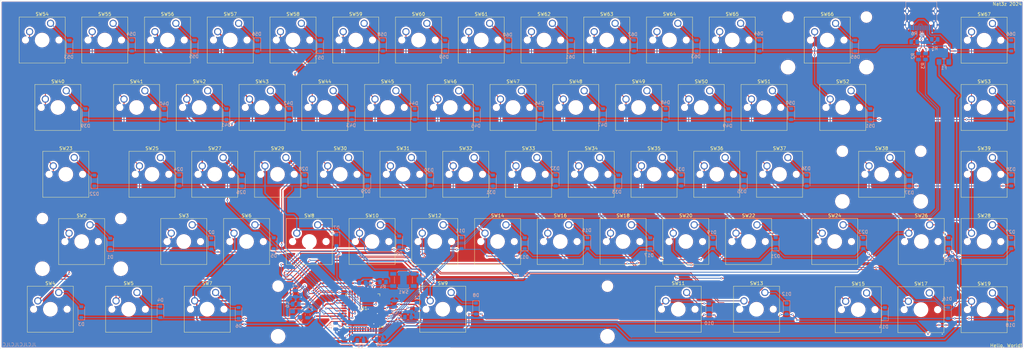
<source format=kicad_pcb>
(kicad_pcb (version 20240108) (generator "pcbnew") (generator_version "8.0")
  (layers (0 "F.Cu" signal) (31 "B.Cu" signal) (34 "B.Paste" user) (35 "F.Paste" user) (36 "B.SilkS" user "B.Silkscreen") (37 "F.SilkS" user "F.Silkscreen") (38 "B.Mask" user) (39 "F.Mask" user) (44 "Edge.Cuts" user))
  (net 0 "")
  (net 1 "GND")
  (net 2 "Net-(U1-UCAP)")
  (net 3 "+5V")
  (net 8 "Net-(U1-XTAL1)")
  (net 9 "Net-(U1-XTAL2)")
  (net 11 "ROW1")
  (net 12 "Net-(D1-A)")
  (net 15 "ROW0")
  (net 16 "Net-(D3-A)")
  (net 21 "Net-(D5-A)")
  (net 23 "Net-(D6-A)")
  (net 26 "Net-(D9-A)")
  (net 27 "Net-(D10-A)")
  (net 28 "Net-(D13-A)")
  (net 29 "Net-(D14-A)")
  (net 30 "Net-(D17-A)")
  (net 31 "Net-(D18-A)")
  (net 32 "Net-(D21-A)")
  (net 33 "Net-(D22-A)")
  (net 34 "COL0")
  (net 35 "Net-(D25-A)")
  (net 36 "Net-(D26-A)")
  (net 37 "Net-(D29-A)")
  (net 38 "Net-(D31-A)")
  (net 39 "Net-(D33-A)")
  (net 40 "Net-(D35-A)")
  (net 41 "Net-(D37-A)")
  (net 42 "Net-(D39-A)")
  (net 43 "ROW3")
  (net 44 "Net-(D41-A)")
  (net 45 "Net-(D43-A)")
  (net 46 "Net-(D45-A)")
  (net 47 "Net-(D47-A)")
  (net 48 "Net-(D49-A)")
  (net 49 "Net-(D51-A)")
  (net 50 "Net-(D53-A)")
  (net 51 "ROW4")
  (net 52 "Net-(D55-A)")
  (net 53 "Net-(D57-A)")
  (net 54 "Net-(D59-A)")
  (net 55 "Net-(D61-A)")
  (net 56 "Net-(D63-A)")
  (net 57 "Net-(D65-A)")
  (net 58 "Net-(F1-Pad1)")
  (net 59 "D+")
  (net 60 "D-")
  (net 61 "Net-(J1-CC2)")
  (net 63 "Net-(J1-CC1)")
  (net 65 "Net-(U1-~{HWB}{slash}PE2)")
  (net 66 "Net-(U1-D+)")
  (net 67 "Net-(U1-D-)")
  (net 68 "Net-(U1-~{RESET})")
  (net 69 "Net-(D2-K)")
  (net 70 "Net-(D4-K)")
  (net 71 "Net-(D7-K)")
  (net 72 "Net-(D8-K)")
  (net 73 "Net-(D11-K)")
  (net 74 "Net-(D12-K)")
  (net 75 "Net-(D15-K)")
  (net 76 "Net-(D16-K)")
  (net 77 "Net-(D19-K)")
  (net 78 "Net-(D23-K)")
  (net 79 "Net-(D24-K)")
  (net 80 "Net-(D27-K)")
  (net 81 "Net-(D28-K)")
  (net 82 "Net-(D30-K)")
  (net 83 "Net-(D32-K)")
  (net 84 "Net-(D34-K)")
  (net 85 "Net-(D36-K)")
  (net 86 "Net-(D38-K)")
  (net 87 "Net-(D40-K)")
  (net 88 "Net-(D42-K)")
  (net 89 "Net-(D44-K)")
  (net 90 "Net-(D46-K)")
  (net 91 "Net-(D48-K)")
  (net 92 "Net-(D50-K)")
  (net 93 "Net-(D52-K)")
  (net 94 "Net-(D54-K)")
  (net 95 "Net-(D56-K)")
  (net 96 "Net-(D58-K)")
  (net 97 "Net-(D60-K)")
  (net 98 "Net-(D62-K)")
  (net 99 "Net-(D64-K)")
  (net 100 "Net-(D66-K)")
  (net 101 "COL6")
  (net 102 "COL3")
  (net 103 "COL4")
  (net 104 "COL5")
  (net 105 "COL1")
  (net 106 "COL2")
  (footprint "Button_Switch_Keyboard:SW_Cherry_MX_1.00u_PCB" (layer "F.Cu") (at 162.179 29.4142)
    (property "Reference" "SW62")
    (property "Value" "SW_Push")
  )
  (footprint "Button_Switch_Keyboard:SW_Cherry_MX_6.25u_PCB" (layer "F.Cu") (at 131.445 111.252)
    (property "Reference" "SW9")
    (property "Value" "SW_Push")
  )
  (footprint "Button_Switch_Keyboard:SW_Cherry_MX_1.00u_PCB" (layer "F.Cu") (at 295.783 29.465)
    (property "Reference" "SW67")
    (property "Value" "SW_Push")
  )
  (footprint "Button_Switch_Keyboard:SW_Cherry_MX_1.00u_PCB" (layer "F.Cu") (at 195.58 70.232)
    (property "Reference" "SW35")
    (property "Value" "SW_Push")
  )
  (footprint "Button_Switch_Keyboard:SW_Cherry_MX_1.00u_PCB" (layer "F.Cu") (at 129.032 90.679)
    (property "Reference" "SW12")
    (property "Value" "SW_Push")
  )
  (footprint "Button_Switch_Keyboard:SW_Cherry_MX_1.00u_PCB" (layer "F.Cu") (at 109.982 90.679)
    (property "Reference" "SW10")
    (property "Value" "SW_Push")
  )
  (footprint "Button_Switch_Keyboard:SW_Cherry_MX_1.00u_PCB" (layer "F.Cu") (at 9.8298 29.4142)
    (property "Reference" "SW54")
    (property "Value" "SW_Push")
  )
  (footprint "Button_Switch_Keyboard:SW_Cherry_MX_1.00u_PCB" (layer "F.Cu") (at 257.567 111.38)
    (property "Reference" "SW15")
    (property "Value" "SW_Push")
  )
  (footprint "Button_Switch_Keyboard:SW_Cherry_MX_1.50u_PCB" (layer "F.Cu") (at 252.857 49.912)
    (property "Reference" "SW52")
    (property "Value" "SW_Push")
  )
  (footprint "Button_Switch_Keyboard:SW_Cherry_MX_1.00u_PCB" (layer "F.Cu") (at 124.079 29.4142)
    (property "Reference" "SW60")
    (property "Value" "SW_Push")
  )
  (footprint "Button_Switch_Keyboard:SW_Cherry_MX_1.25u_PCB" (layer "F.Cu") (at 36.068 111.253)
    (property "Reference" "SW5")
    (property "Value" "SW_Push")
  )
  (footprint "Button_Switch_Keyboard:SW_Cherry_MX_1.00u_PCB" (layer "F.Cu") (at 95.631 49.912)
    (property "Reference" "SW44")
    (property "Value" "SW_Push")
  )
  (footprint "Button_Switch_Keyboard:SW_Cherry_MX_1.00u_PCB" (layer "F.Cu") (at 66.929 29.4142)
    (property "Reference" "SW57")
    (property "Value" "SW_Push")
  )
  (footprint "Button_Switch_Keyboard:SW_Cherry_MX_1.00u_PCB" (layer "F.Cu") (at 71.882 90.679)
    (property "Reference" "SW6")
    (property "Value" "SW_Push")
  )
  (footprint "Button_Switch_Keyboard:SW_Cherry_MX_1.00u_PCB" (layer "F.Cu") (at 295.783 90.679)
    (property "Reference" "SW28")
    (property "Value" "SW_Push")
  )
  (footprint "Button_Switch_Keyboard:SW_Cherry_MX_1.00u_PCB" (layer "F.Cu") (at 190.881 49.912)
    (property "Reference" "SW49")
    (property "Value" "SW_Push")
  )
  (footprint "Button_Switch_Keyboard:SW_Cherry_MX_1.00u_PCB" (layer "F.Cu") (at 105.029 29.4142)
    (property "Reference" "SW59")
    (property "Value" "SW_Push")
  )
  (footprint "Button_Switch_Keyboard:SW_Cherry_MX_1.00u_PCB" (layer "F.Cu") (at 276.606 111.38)
    (property "Reference" "SW17")
    (property "Value" "SW_Push")
  )
  (footprint "Button_Switch_Keyboard:SW_Cherry_MX_1.00u_PCB" (layer "F.Cu") (at 295.783 111.38)
    (property "Reference" "SW19")
    (property "Value" "SW_Push")
  )
  (footprint "Button_Switch_Keyboard:SW_Cherry_MX_1.00u_PCB" (layer "F.Cu") (at 133.731 49.912)
    (property "Reference" "SW46")
    (property "Value" "SW_Push")
  )
  (footprint "Button_Switch_Keyboard:SW_Cherry_MX_1.00u_PCB" (layer "F.Cu") (at 62.23 70.232)
    (property "Reference" "SW27")
    (property "Value" "SW_Push")
  )
  (footprint "Button_Switch_Keyboard:SW_Cherry_MX_1.00u_PCB" (layer "F.Cu") (at 295.783 70.232)
    (property "Reference" "SW39")
    (property "Value" "SW_Push")
  )
  (footprint "Button_Switch_Keyboard:SW_Cherry_MX_1.00u_PCB" (layer "F.Cu") (at 81.28 70.232)
    (property "Reference" "SW29")
    (property "Value" "SW_Push")
  )
  (footprint "Button_Switch_Keyboard:SW_Cherry_MX_1.00u_PCB" (layer "F.Cu") (at 219.329 29.4142)
    (property "Reference" "SW65")
    (property "Value" "SW_Push")
  )
  (footprint "Button_Switch_Keyboard:SW_Cherry_MX_1.00u_PCB" (layer "F.Cu") (at 90.932 90.679)
    (property "Reference" "SW8")
    (property "Value" "SW_Push")
  )
  (footprint "Button_Switch_Keyboard:SW_Cherry_MX_1.00u_PCB" (layer "F.Cu") (at 186.182 90.679)
    (property "Reference" "SW18")
    (property "Value" "SW_Push")
  )
  (footprint "Button_Switch_Keyboard:SW_Cherry_MX_1.00u_PCB" (layer "F.Cu") (at 138.43 70.232)
    (property "Reference" "SW32")
    (property "Value" "SW_Push")
  )
  (footprint "Button_Switch_Keyboard:SW_Cherry_MX_2.25u_PCB" (layer "F.Cu") (at 264.668 70.232)
    (property "Reference" "SW38")
    (property "Value" "SW_Push")
  )
  (footprint "Button_Switch_Keyboard:SW_Cherry_MX_1.00u_PCB" (layer "F.Cu") (at 114.681 49.912)
    (property "Reference" "SW45")
    (property "Value" "SW_Push")
  )
  (footprint "Button_Switch_Keyboard:SW_Cherry_MX_1.00u_PCB" (layer "F.Cu") (at 38.481 49.912)
    (property "Reference" "SW41")
    (property "Value" "SW_Push")
  )
  (footprint "Button_Switch_Keyboard:SW_Cherry_MX_1.75u_PCB" (layer "F.Cu") (at 17.018 70.232)
    (property "Reference" "SW23")
    (property "Value" "SW_Push")
  )
  (footprint "Button_Switch_Keyboard:SW_Cherry_MX_1.00u_PCB" (layer "F.Cu") (at 224.282 90.679)
    (property "Reference" "SW22")
    (property "Value" "SW_Push")
  )
  (footprint "Button_Switch_Keyboard:SW_Cherry_MX_1.00u_PCB" (layer "F.Cu") (at 295.783 49.912)
    (property "Reference" "SW53")
    (property "Value" "SW_Push")
  )
  (footprint "Button_Switch_Keyboard:SW_Cherry_MX_1.75u_PCB" (layer "F.Cu") (at 250.444 90.679)
    (property "Reference" "SW24")
    (property "Value" "SW_Push")
  )
  (footprint "Button_Switch_Keyboard:SW_Cherry_MX_1.00u_PCB" (layer "F.Cu") (at 167.132 90.679)
    (property "Reference" "SW16")
    (property "Value" "SW_Push")
  )
  (footprint "Button_Switch_Keyboard:SW_Cherry_MX_1.00u_PCB" (layer "F.Cu") (at 85.979 29.4142)
    (property "Reference" "SW58")
    (property "Value" "SW_Push")
  )
  (footprint "Button_Switch_Keyboard:SW_Cherry_MX_1.00u_PCB" (layer "F.Cu") (at 152.781 49.912)
    (property "Reference" "SW47")
    (property "Value" "SW_Push")
  )
  (footprint "Button_Switch_Keyboard:SW_Cherry_MX_2.00u_PCB" (layer "F.Cu") (at 248.158 29.4292)
    (property "Reference" "SW66")
    (property "Value" "SW_Push")
  )
  (footprint "Button_Switch_Keyboard:SW_Cherry_MX_1.00u_PCB" (layer "F.Cu") (at 228.981 49.912)
    (property "Reference" "SW51")
    (property "Value" "SW_Push")
  )
  (footprint "Button_Switch_Keyboard:SW_Cherry_MX_2.25u_PCB" (layer "F.Cu") (at 21.806 90.694)
    (property "Reference" "SW2")
    (property "Value" "SW_Push")
  )
  (footprint "Button_Switch_Keyboard:SW_Cherry_MX_1.00u_PCB" (layer "F.Cu") (at 47.879 29.4142)
    (property "Reference" "SW56")
    (property "Value" "SW_Push")
  )
  (footprint "Button_Switch_Keyboard:SW_Cherry_MX_1.25u_PCB" (layer "F.Cu") (at 226.695 111.253)
    (property "Reference" "SW13")
    (property "Value" "SW_Push")
  )
  (footprint "Button_Switch_Keyboard:SW_Cherry_MX_1.00u_PCB" (layer "F.Cu") (at 171.831 49.912)
    (property "Reference" "SW48")
    (property "Value" "SW_Push")
  )
  (footprint "Button_Switch_Keyboard:SW_Cherry_MX_1.00u_PCB" (layer "F.Cu") (at 100.33 70.232)
    (property "Reference" "SW30")
    (property "Value" "SW_Push")
  )
  (footprint "Button_Switch_Keyboard:SW_Cherry_MX_1.00u_PCB" (layer "F.Cu") (at 43.18 70.232)
    (property "Reference" "SW25")
    (property "Value" "SW_Push")
  )
  (footprint "Button_Switch_Keyboard:SW_Cherry_MX_1.00u_PCB" (layer "F.Cu") (at 276.733 90.679)
    (property "Reference" "SW26")
    (property "Value" "SW_Push")
  )
  (footprint "Button_Switch_Keyboard:SW_Cherry_MX_1.00u_PCB" (layer "F.Cu") (at 209.931 49.912)
    (property "Reference" "SW50")
    (property "Value" "SW_Push")
  )
  (footprint "Button_Switch_Keyboard:SW_Cherry_MX_1.25u_PCB" (layer "F.Cu") (at 202.946 111.253)
    (property "Reference" "SW11")
    (property "Value" "SW_Push")
  )
  (footprint "Button_Switch_Keyboard:SW_Cherry_MX_1.00u_PCB" (layer "F.Cu") (at 233.68 70.232)
    (property "Reference" "SW37")
    (property "Value" "SW_Push")
  )
  (footprint "Button_Switch_Keyboard:SW_Cherry_MX_1.00u_PCB" (layer "F.Cu") (at 52.832 90.679)
    (property "Reference" "SW3")
    (property "Value" "SW_Push")
  )
  (footprint "Button_Switch_Keyboard:SW_Cherry_MX_1.00u_PCB" (layer "F.Cu") (at 28.829 29.4142)
    (property "Reference" "SW55")
    (property "Value" "SW_Push")
  )
  (footprint "Button_Switch_Keyboard:SW_Cherry_MX_1.00u_PCB" (layer "F.Cu") (at 214.63 70.232)
    (property "Reference" "SW36")
    (property "Value" "SW_Push")
  )
  (footprint "Button_Switch_Keyboard:SW_Cherry_MX_1.25u_PCB" (layer "F.Cu") (at 12.319 111.253)
    (property "Reference" "SW4")
    (property "Value" "SW_Push")
  )
  (footprint "Button_Switch_Keyboard:SW_Cherry_MX_1.00u_PCB" (layer "F.Cu") (at 181.229 29.4142)
    (property "Reference" "SW63")
    (property "Value" "SW_Push")
  )
  (footprint "Package_QFP:TQFP-44_10x10mm_P0.8mm" (layer "F.Cu") (at 104.648 116.841 180)
    (property "Reference" "U1")
    (property "Value" "ATmega32U4-A")
  )
  (footprint "Button_Switch_Keyboard:SW_Cherry_MX_1.00u_PCB" (layer "F.Cu") (at 200.279 29.4142)
    (property "Reference" "SW64")
    (property "Value" "SW_Push")
  )
  (footprint "Button_Switch_Keyboard:SW_Cherry_MX_1.00u_PCB" (layer "F.Cu") (at 143.129 29.4142)
    (property "Reference" "SW61")
    (property "Value" "SW_Push")
  )
  (footprint "Button_Switch_Keyboard:SW_Cherry_MX_1.00u_PCB" (layer "F.Cu") (at 148.082 90.679)
    (property "Reference" "SW14")
    (property "Value" "SW_Push")
  )
  (footprint "Button_Switch_Keyboard:SW_Cherry_MX_1.00u_PCB" (layer "F.Cu") (at 119.38 70.232)
    (property "Reference" "SW31")
    (property "Value" "SW_Push")
  )
  (footprint "Button_Switch_Keyboard:SW_Cherry_MX_1.00u_PCB" (layer "F.Cu") (at 57.531 49.912)
    (property "Reference" "SW42")
    (property "Value" "SW_Push")
  )
  (footprint "Button_Switch_Keyboard:SW_Cherry_MX_1.00u_PCB" (layer "F.Cu") (at 76.581 49.912)
    (property "Reference" "SW43")
    (property "Value" "SW_Push")
  )
  (footprint "Button_Switch_Keyboard:SW_Cherry_MX_1.00u_PCB" (layer "F.Cu") (at 157.48 70.232)
    (property "Reference" "SW33")
    (property "Value" "SW_Push")
  )
  (footprint "Button_Switch_Keyboard:SW_Cherry_MX_1.50u_PCB" (layer "F.Cu") (at 14.605 49.912)
    (property "Reference" "SW40")
    (property "Value" "SW_Push")
  )
  (footprint "Button_Switch_Keyboard:SW_Cherry_MX_1.00u_PCB" (layer "F.Cu") (at 205.232 90.679)
    (property "Reference" "SW20")
    (property "Value" "SW_Push")
  )
  (footprint "Button_Switch_Keyboard:SW_Cherry_MX_1.00u_PCB" (layer "F.Cu") (at 176.53 70.232)
    (property "Reference" "SW34")
    (property "Value" "SW_Push")
  )
  (footprint "Button_Switch_Keyboard:SW_Cherry_MX_1.25u_PCB" (layer "F.Cu") (at 59.944 111.253)
    (property "Reference" "SW7")
    (property "Value" "SW_Push")
  )
  (footprint "Capacitor_SMD:C_0805_2012Metric" (layer "B.Cu") (at 84.2772 114.7572)
    (property "Reference" "C6")
    (property "Value" "22pF")
  )
  (footprint "Diode_SMD:D_SOD-123" (layer "B.Cu") (at 44.323 57.024 -90)
    (property "Reference" "D40")
    (property "Value" "D")
  )
  (footprint "Diode_SMD:D_SOD-123" (layer "B.Cu") (at 256.54 96.267 -90)
    (property "Reference" "D23")
    (property "Value" "D")
  )
  (footprint "Diode_SMD:D_SOD-123" (layer "B.Cu") (at 148.844 36.196 -90)
    (property "Reference" "D60")
    (property "Value" "D")
  )
  (footprint "Diode_SMD:D_SOD-123" (layer "B.Cu") (at 301.498 117.476 90)
    (property "Reference" "D18")
    (property "Value" "D")
  )
  (footprint "Crystal:Crystal_SMD_3225-4Pin_3.2x2.5mm" (layer "B.Cu") (at 84.4296 117.856)
    (property "Reference" "Y1")
    (property "Value" "16MHz")
  )
  (footprint "Diode_SMD:D_SOD-123" (layer "B.Cu") (at 72.644 36.196 -90)
    (property "Reference" "D56")
    (property "Value" "D")
  )
  (footprint "Diode_SMD:D_SOD-123" (layer "B.Cu") (at 101.346 57.024 90)
    (property "Reference" "D43")
    (property "Value" "D")
  )
  (footprint "Diode_SMD:D_SOD-123" (layer "B.Cu") (at 134.62 96.267 -90)
    (property "Reference" "D11")
    (property "Value" "D")
  )
  (footprint "Diode_SMD:D_SOD-123" (layer "B.Cu") (at 125.095 77.217 -90)
    (property "Reference" "D30")
    (property "Value" "D")
  )
  (footprint "Button_Switch_SMD:SW_SPST_SKQG_WithStem" (layer "B.Cu") (at 116.967 107.443 180)
    (property "Reference" "SW1")
    (property "Value" "SW_Push")
  )
  (footprint "Diode_SMD:D_SOD-123" (layer "B.Cu") (at 158.496 57.024 -90)
    (property "Reference" "D46")
    (property "Value" "D")
  )
  (footprint "Diode_SMD:D_SOD-123" (layer "B.Cu") (at 182.245 77.217 90)
    (property "Reference" "D33")
    (property "Value" "D")
  )
  (footprint "Diode_SMD:D_SOD-123" (layer "B.Cu") (at 138.9888 116.1542 -90)
    (property "Reference" "D8")
    (property "Value" "D")
  )
  (footprint "Diode_SMD:D_SOD-123" (layer "B.Cu") (at 110.744 36.196 -90)
    (property "Reference" "D58")
    (property "Value" "D")
  )
  (footprint "Diode_SMD:D_SOD-123" (layer "B.Cu") (at 282.321 117.475 -90)
    (property "Reference" "D16")
    (property "Value" "D")
  )
  (footprint "Diode_SMD:D_SOD-123" (layer "B.Cu") (at 301.498 36.196 -90)
    (property "Reference" "D66")
    (property "Value" "D")
  )
  (footprint "Diode_SMD:D_SOD-123" (layer "B.Cu") (at 163.195 77.217 -90)
    (property "Reference" "D32")
    (property "Value" "D")
  )
  (footprint "Diode_SMD:D_SOD-123" (layer "B.Cu") (at 20.447 57.024 90)
    (property "Reference" "D39")
    (property "Value" "D")
  )
  (footprint "Resistor_SMD:R_0805_2012Metric" (layer "B.Cu") (at 275.463 39.497 -90)
    (property "Reference" "R3")
    (property "Value" "22")
  )
  (footprint "Capacitor_SMD:C_0805_2012Metric" (layer "B.Cu") (at 87.884 117.983 90)
    (property "Reference" "C4")
    (property "Value" "0.1uF")
  )
  (footprint "Diode_SMD:D_SOD-123" (layer "B.Cu") (at 258.699 57.024 90)
    (property "Reference" "D51")
    (property "Value" "D")
  )
  (footprint "Diode_SMD:D_SOD-123" (layer "B.Cu") (at 210.947 96.267 -90)
    (property "Reference" "D19")
    (property "Value" "D")
  )
  (footprint "Diode_SMD:D_SOD-123" (layer "B.Cu") (at 96.647 95.376 -90)
    (property "Reference" "D7")
    (property "Value" "D")
  )
  (footprint "Diode_SMD:D_SOD-123" (layer "B.Cu") (at 23.114 77.217 90)
    (property "Reference" "D22")
    (property "Value" "D")
  )
  (footprint "Diode_SMD:D_SOD-123" (layer "B.Cu") (at 77.597 96.267 90)
    (property "Reference" "D5")
    (property "Value" "D")
  )
  (footprint "Diode_SMD:D_SOD-123" (layer "B.Cu") (at 15.621 36.196 90)
    (property "Reference" "D53")
    (property "Value" "D")
  )
  (footprint "Diode_SMD:D_SOD-123" (layer "B.Cu") (at 209.7786 116.2802 90)
    (property "Reference" "D10")
    (property "Value" "D")
  )
  (footprint "Resistor_SMD:R_0805_2012Metric" (layer "B.Cu") (at 273.304 39.497 -90)
    (property "Reference" "R2")
    (property "Value" "22")
  )
  (footprint "Resistor_SMD:R_0805_2012Metric" (layer "B.Cu") (at 278.257 34.29)
    (property "Reference" "R5")
    (property "Value" "5.1k")
  )
  (footprint "Diode_SMD:D_SOD-123" (layer "B.Cu") (at 196.596 57.024 -90)
    (property "Reference" "D48")
    (property "Value" "D")
  )
  (footprint "Diode_SMD:D_SOD-123" (layer "B.Cu") (at 153.797 96.267 90)
    (property "Reference" "D13")
    (property "Value" "D")
  )
  (footprint "Diode_SMD:D_SOD-123" (layer "B.Cu") (at 191.897 96.267 90)
    (property "Reference" "D17")
    (property "Value" "D")
  )
  (footprint "Diode_SMD:D_SOD-123" (layer "B.Cu") (at 301.498 57.024 -90)
    (property "Reference" "D52")
    (property "Value" "D")
  )
  (footprint "Capacitor_SMD:C_0805_2012Metric" (layer "B.Cu") (at 104.5464 108.3564)
    (property "Reference" "C3")
    (property "Value" "0.1uF")
  )
  (footprint "Diode_SMD:D_SOD-123" (layer "B.Cu") (at 86.995 77.218 -90)
    (property "Reference" "D28")
    (property "Value" "D")
  )
  (footprint "Connector_USB:USB_C_Receptacle_HRO_TYPE-C-31-M-12" (layer "B.Cu") (at 274.191 26.7404)
    (property "Reference" "J1")
    (property "Value" "USB_C_Receptacle")
  )
  (footprint "Diode_SMD:D_SOD-123" (layer "B.Cu") (at 172.847 96.267 -90)
    (property "Reference" "D15")
    (property "Value" "D")
  )
  (footprint "Diode_SMD:D_SOD-123" (layer "B.Cu") (at 254.127 36.196 90)
    (property "Reference" "D65")
    (property "Value" "D")
  )
  (footprint "Capacitor_SMD:C_0805_2012Metric" (layer "B.Cu") (at 103.9368 125.8316)
    (property "Reference" "C5")
    (property "Value" "10uF")
  )
  (footprint "Diode_SMD:D_SOD-123" (layer "B.Cu") (at 53.594 36.196 90)
    (property "Reference" "D55")
    (property "Value" "D")
  )
  (footprint "Diode_SMD:D_SOD-123" (layer "B.Cu") (at 129.667 36.196 90)
    (property "Reference" "D59")
    (property "Value" "D")
  )
  (footprint "Capacitor_SMD:C_0805_2012Metric" (layer "B.Cu") (at 121.1072 115.2652 -90)
    (property "Reference" "C1")
    (property "Value" "1uF")
  )
  (footprint "Diode_SMD:D_SOD-123" (layer "B.Cu") (at 215.646 57.024 90)
    (property "Reference" "D49")
    (property "Value" "D")
  )
  (footprint "Diode_SMD:D_SOD-123" (layer "B.Cu") (at 270.51 77.217 90)
    (property "Reference" "D37")
    (property "Value" "D")
  )
  (footprint "Diode_SMD:D_SOD-123" (layer "B.Cu") (at 186.944 36.196 -90)
    (property "Reference" "D62")
    (property "Value" "D")
  )
  (footprint "Capacitor_SMD:C_0805_2012Metric" (layer "B.Cu") (at 118.364 118.7704)
    (property "Reference" "C2")
    (property "Value" "0.1uF")
  )
  (footprint "Diode_SMD:D_SOD-123" (layer "B.Cu") (at 67.945 77.217 90)
    (property "Reference" "D26")
    (property "Value" "D")
  )
  (footprint "Capacitor_SMD:C_0805_2012Metric" (layer "B.Cu") (at 109.728 125.4252)
    (property "Reference" "C5")
    (property "Value" "10uF")
  )
  (footprint "Diode_SMD:D_SOD-123" (layer "B.Cu") (at 301.498 96.267 -90)
    (property "Reference" "D27")
    (property "Value" "D")
  )
  (footprint "Diode_SMD:D_SOD-123" (layer "B.Cu") (at 220.345 77.217 90)
    (property "Reference" "D35")
    (property "Value" "D")
  )
  (footprint "Diode_SMD:D_SOD-123" (layer "B.Cu") (at 91.694 36.196 90)
    (property "Reference" "D57")
    (property "Value" "D")
  )
  (footprint "Diode_SMD:D_SOD-123" (layer "B.Cu") (at 229.997 96.267 90)
    (property "Reference" "D21")
    (property "Value" "D")
  )
  (footprint "Diode_SMD:D_SOD-123" (layer "B.Cu") (at 301.498 77.217 -90)
    (property "Reference" "D38")
    (property "Value" "D")
  )
  (footprint "Diode_SMD:D_SOD-123" (layer "B.Cu") (at 120.396 57.024 -90)
    (property "Reference" "D44")
    (property "Value" "D")
  )
  (footprint "Diode_SMD:D_SOD-123" (layer "B.Cu") (at 282.448 96.267 90)
    (property "Reference" "D25")
    (property "Value" "D")
  )
  (footprint "Resistor_SMD:R_0805_2012Metric" (layer "B.Cu") (at 96.3676 121.4609 -90)
    (property "Reference" "R1")
    (property "Value" "10k")
  )
  (footprint "Diode_SMD:D_SOD-123" (layer "B.Cu") (at 19.177 117.222 90)
    (property "Reference" "D3")
    (property "Value" "D")
  )
  (footprint "Diode_SMD:D_SOD-123" (layer "B.Cu") (at 63.246 57.024 90)
    (property "Reference" "D41")
    (property "Value" "D")
  )
  (footprint "Diode_SMD:D_SOD-123" (layer "B.Cu") (at 106.045 77.217 90)
    (property "Reference" "D29")
    (property "Value" "D")
  )
  (footprint "Diode_SMD:D_SOD-123" (layer "B.Cu") (at 43.18 117.222 -90)
    (property "Reference" "D4")
    (property "Value" "D")
  )
  (footprint "Diode_SMD:D_SOD-123" (layer "B.Cu") (at 82.296 57.024 -90)
    (property "Reference" "D42")
    (property "Value" "D")
  )
  (footprint "Diode_SMD:D_SOD-123" (layer "B.Cu") (at 115.697 95.758 90)
    (property "Reference" "D9")
    (property "Value" "D")
  )
  (footprint "Fuse:Fuse_1206_3216Metric_Pad1.42x1.75mm_HandSolder" (layer "B.Cu") (at 281.051 41.148)
    (property "Reference" "F1")
    (property "Value" "Polyfuse_Small")
  )
  (footprint "Capacitor_SMD:C_0805_2012Metric" (layer "B.Cu") (at 84.2264 111.6076 90)
    (property "Reference" "C7")
    (property "Value" "22pF")
  )
  (footprint "Diode_SMD:D_SOD-123" (layer "B.Cu") (at 263.144 117.476 90)
    (property "Reference" "D14")
    (property "Value" "D")
  )
  (footprint "Diode_SMD:D_SOD-123" (layer "B.Cu") (at 139.319 57.024 90)
    (property "Reference" "D45")
    (property "Value" "D")
  )
  (footprint "Diode_SMD:D_SOD-123" (layer "B.Cu") (at 167.894 36.196 90)
    (property "Reference" "D61")
    (property "Value" "D")
  )
  (footprint "Diode_SMD:D_SOD-123" (layer "B.Cu") (at 144.145 77.217 90)
    (property "Reference" "D31")
    (property "Value" "D")
  )
  (footprint "Diode_SMD:D_SOD-123" (layer "B.Cu") (at 234.696 57.024 -90)
    (property "Reference" "D50")
    (property "Value" "D")
  )
  (footprint "Diode_SMD:D_SOD-123" (layer "B.Cu") (at 34.544 36.196 -90)
    (property "Reference" "D54")
    (property "Value" "D")
  )
  (footprint "Diode_SMD:D_SOD-123" (layer "B.Cu") (at 205.994 36.196 90)
    (property "Reference" "D63")
    (property "Value" "D")
  )
  (footprint "Capacitor_SMD:C_0805_2012Metric" (layer "B.Cu") (at 114.1984 114.7064 90)
    (property "Reference" "C2")
    (property "Value" "0.1uF")
  )
  (footprint "Diode_SMD:D_SOD-123" (layer "B.Cu") (at 233.299 116.1542 -90)
    (property "Reference" "D12")
    (property "Value" "D")
  )
  (footprint "Diode_SMD:D_SOD-123" (layer "B.Cu") (at 48.895 77.217 -90)
    (property "Reference" "D24")
    (property "Value" "D")
  )
  (footprint "Resistor_SMD:R_0805_2012Metric" (layer "B.Cu") (at 110.744 108.077)
    (property "Reference" "R4")
    (property "Value" "10k")
  )
  (footprint "Diode_SMD:D_SOD-123" (layer "B.Cu") (at 239.395 77.217 -90)
    (property "Reference" "D36")
    (property "Value" "D")
  )
  (footprint "Diode_SMD:D_SOD-123" (layer "B.Cu") (at 58.674 96.393 -90)
    (property "Reference" "D2")
    (property "Value" "D")
  )
  (footprint "Diode_SMD:D_SOD-123" (layer "B.Cu") (at 27.94 96.394 90)
    (property "Reference" "D1")
    (property "Value" "D")
  )
  (footprint "Diode_SMD:D_SOD-123" (layer "B.Cu") (at 177.546 57.025 90)
    (property "Reference" "D47")
    (property "Value" "D")
  )
  (footprint "Diode_SMD:D_SOD-123" (layer "B.Cu") (at 66.929 117.476 90)
    (property "Reference" "D6")
    (property "Value" "D")
  )
  (footprint "Diode_SMD:D_SOD-123" (layer "B.Cu") (at 201.295 77.217 -90)
    (property "Reference" "D34")
    (property "Value" "D")
  )
  (footprint "Diode_SMD:D_SOD-123" (layer "B.Cu") (at 225.044 36.196 -90)
    (property "Reference" "D64")
    (property "Value" "D")
  )
  (footprint "Resistor_SMD:R_0805_2012Metric" (layer "B.Cu") (at 272.034 35.052)
    (property "Reference" "R6")
    (property "Value" "5.1k")
  )
  (gr_rect (start -5.4864 22.352) (end 305.3588 128.4224) (stroke (width 0.05)) (fill none) (layer "Edge.Cuts"))
  (gr_text "JLCJLCJLCJLC" (at 5.6134 127.6604 0) (layer "B.SilkS") (effects (font (size 1 1) (thickness 0.1)) (justify left bottom mirror)))
  (gr_text "Hello, World!" (at 304.8508 127.3556 0) (layer "F.SilkS") (effects (font (size 1 1)) (justify right)))
  (gr_text "Nat3z 2024" (at 304.8 24.13 0) (layer "F.SilkS") (effects (font (size 1 1)) (justify right bottom)))
  (segment (start 118.364 104.767) (end 116.7718 103.1748) (width 0.381) (layer "F.Cu") (net 1))
  (segment (start 116.7718 103.1748) (end 106.1212 103.1748) (width 0.381) (layer "F.Cu") (net 1))
  (segment (start 107.848 122.541) (end 107.848 120.9798) (width 0.381) (layer "F.Cu") (net 1))
  (segment (start 280.5635 113.8223) (end 280.5635 123.8807) (width 0.381) (layer "F.Cu") (net 1))
  (segment (start 98.946 112.843) (end 98.948 112.841) (width 0.381) (layer "F.Cu") (net 1))
  (segment (start 101.448 124.181) (end 101.473 124.206) (width 0.381) (layer "F.Cu") (net 1))
  (segment (start 91.840268 102.173) (end 88.519 105.494268) (width 0.381) (layer "F.Cu") (net 1))
  (segment (start 106.248 111.141) (end 106.248 116.2556) (width 0.381) (layer "F.Cu") (net 1))
  (segment (start 107.9754 120.777) (end 107.8103 120.9421) (width 0.381) (layer "F.Cu") (net 1))
  (segment (start 103.124 105.03) (end 103.105 105.011) (width 0.381) (layer "F.Cu") (net 1))
  (segment (start 106.248 116.2556) (end 106.2736 116.2812) (width 0.381) (layer "F.Cu") (net 1))
  (segment (start 275.971 34.29) (end 277.495 32.766) (width 0.381) (layer "F.Cu") (net 1))
  (segment (start 88.519 105.494268) (end 88.519 110.109) (width 0.381) (layer "F.Cu") (net 1))
  (segment (start 89.2556 116.6368) (end 93.0494 112.843) (width 0.381) (layer "F.Cu") (net 1))
  (segment (start 98.948 112.841) (end 100.3442 112.841) (width 0.381) (layer "F.Cu") (net 1))
  (segment (start 95.631 104.775) (end 95.631 102.808) (width 0.381) (layer "F.Cu") (net 1))
  (segment (start 115.7732 113.6396) (end 115.6716 113.6396) (width 0.381) (layer "F.Cu") (net 1))
  (segment (start 107.848 120.9798) (end 107.8103 120.9421) (width 0.381) (layer "F.Cu") (net 1))
  (segment (start 106.248 111.141) (end 106.248 109.7024) (width 0.381) (layer "F.Cu") (net 1))
  (segment (start 116.1914 117.641) (end 116.5352 117.2972) (width 0.381) (layer "F.Cu") (net 1))
  (segment (start 277.622 35.941) (end 277.622 37.719) (width 0.381) (layer "F.Cu") (net 1))
  (segment (start 93.0494 112.843) (end 98.946 112.843) (width 0.381) (layer "F.Cu") (net 1))
  (segment (start 101.825 121.158) (end 107.5944 121.158) (width 0.381) (layer "F.Cu") (net 1))
  (segment (start 101.448 121.535) (end 101.825 121.158) (width 0.381) (layer "F.Cu") (net 1))
  (segment (start 94.996 102.173) (end 91.840268 102.173) (width 0.381) (layer "F.Cu") (net 1))
  (segment (start 121.0564 113.0808) (end 116.332 113.0808) (width 0.381) (layer "F.Cu") (net 1))
  (segment (start 115.6716 113.7412) (end 115.7732 113.6396) (width 0.381) (layer "F.Cu") (net 1))
  (segment (start 115.6716 113.6396) (end 115.6716 113.7412) (width 0.381) (layer "F.Cu") (net 1))
  (segment (start 110.348 117.641) (end 109.0794 117.641) (width 0.381) (layer "F.Cu") (net 1))
  (segment (start 277.495 32.766) (end 277.495 32.258) (width 0.381) (layer "F.Cu") (net 1))
  (segment (start 95.867 105.011) (end 95.631 104.775) (width 0.381) (layer "F.Cu") (net 1))
  (segment (start 100.3442 112.841) (end 100.3808 112.8776) (width 0.381) (layer "F.Cu") (net 1))
  (segment (start 107.5944 121.158) (end 107.8103 120.9421) (width 0.381) (layer "F.Cu") (net 1))
  (segment (start 106.1212 103.1748) (end 106.3752 103.4288) (width 0.381) (layer "F.Cu") (net 1))
  (segment (start 104.9792 103.1748) (end 103.124 105.03) (width 0.381) (layer "F.Cu") (net 1))
  (segment (start 106.1212 103.1748) (end 104.9792 103.1748) (width 0.381) (layer "F.Cu") (net 1))
  (segment (start 116.1914 117.641) (end 110.348 117.641) (width 0.381) (layer "F.Cu") (net 1))
  (segment (start 88.519 110.109) (end 85.9536 112.6744) (width 0.381) (layer "F.Cu") (net 1))
  (segment (start 101.448 122.541) (end 101.448 121.535) (width 0.381) (layer "F.Cu") (net 1))
  (segment (start 103.105 105.011) (end 95.867 105.011) (width 0.381) (layer "F.Cu") (net 1))
  (segment (start 101.448 122.541) (end 101.448 124.181) (width 0.381) (layer "F.Cu") (net 1))
  (segment (start 106.3752 109.4232) (end 106.172 109.6264) (width 0.381) (layer "F.Cu") (net 1))
  (segment (start 280.5635 123.8807) (end 280.543 123.9012) (width 0.381) (layer "F.Cu") (net 1))
  (segment (start 116.332 113.0808) (end 115.7732 113.6396) (width 0.381) (layer "F.Cu") (net 1))
  (segment (start 116.6368 117.2972) (end 116.5352 117.2972) (width 0.381) (layer "F.Cu") (net 1))
  (segment (start 106.248 109.7024) (end 106.172 109.6264) (width 0.381) (layer "F.Cu") (net 1))
  (segment (start 109.0794 117.641) (end 109.0676 117.6528) (width 0.381) (layer "F.Cu") (net 1))
  (segment (start 106.3752 103.4288) (end 106.3752 109.4232) (width 0.381) (layer "F.Cu") (net 1))
  (segment (start 277.622 35.687) (end 277.622 35.941) (width 0.381) (layer "F.Cu") (net 1))
  (segment (start 95.631 102.808) (end 94.996 102.173) (width 0.381) (layer "F.Cu") (net 1))
  (via (at 118.364 104.767) (size 0.6) (drill 0.3) (layers "F.Cu" "B.Cu") (net 1))
  (via (at 115.6716 113.6396) (size 0.6) (drill 0.3) (layers "F.Cu" "B.Cu") (net 1))
  (via (at 280.543 123.9012) (size 0.6) (drill 0.3) (layers "F.Cu" "B.Cu") (net 1))
  (via (at 89.2556 116.6368) (size 0.6) (drill 0.3) (layers "F.Cu" "B.Cu") (net 1))
  (via (at 277.622 37.719) (size 0.6) (drill 0.3) (layers "F.Cu" "B.Cu") (net 1))
  (via (at 275.971 34.29) (size 0.6) (drill 0.3) (layers "F.Cu" "B.Cu") (net 1))
  (via (at 106.2736 116.2812) (size 0.6) (drill 0.3) (layers "F.Cu" "B.Cu") (net 1))
  (via (at 277.622 35.687) (size 0.6) (drill 0.3) (layers "F.Cu" "B.Cu") (net 1))
  (via (at 106.172 109.6264) (size 0.6) (drill 0.3) (layers "F.Cu" "B.Cu") (net 1))
  (via (at 121.0564 113.0808) (size 0.6) (drill 0.3) (layers "F.Cu" "B.Cu") (net 1))
  (via (at 107.9754 120.777) (size 0.6) (drill 0.3) (layers "F.Cu" "B.Cu") (net 1))
  (via (at 116.6368 117.2972) (size 0.6) (drill 0.3) (layers "F.Cu" "B.Cu") (net 1))
  (via (at 280.5938 113.792) (size 0.6) (drill 0.3) (layers "F.Cu" "B.Cu") (net 1))
  (via (at 277.495 32.258) (size 0.6) (drill 0.3) (layers "F.Cu" "B.Cu") (net 1))
  (via (at 109.0676 117.6528) (size 0.6) (drill 0.3) (layers "F.Cu" "B.Cu") (net 1))
  (via (at 101.473 124.206) (size 0.6) (drill 0.3) (layers "F.Cu" "B.Cu") (net 1))
  (via (at 85.9536 112.6744) (size 0.6) (drill 0.3) (layers "F.Cu" "B.Cu") (net 1))
  (via (at 100.3808 112.8776) (size 0.6) (drill 0.3) (layers "F.Cu" "B.Cu") (net 1))
  (segment (start 104.8868 124.648) (end 104.8868 125.8316) (width 0.381) (layer "B.Cu") (net 1))
  (segment (start 278.511 25.6904) (end 278.511 29.8704) (width 0.381) (layer "B.Cu") (net 1))
  (segment (start 120.0252 117.2972) (end 121.1072 116.2152) (width 0.381) (layer "B.Cu") (net 1))
  (segment (start 118.364 104.767) (end 119.241 104.767) (width 0.381) (layer "B.Cu") (net 1))
  (segment (start 276.07158 27.2484) (end 277.902 29.07882) (width 0.381) (layer "B.Cu") (net 1))
  (segment (start 277.0275 38.3135) (end 277.0275 48.5545) (width 0.381) (layer "B.Cu") (net 1))
  (segment (start 270.941 30.7854) (end 270.5355 30.3799) (width 0.381) (layer "B.Cu") (net 1))
  (segment (start 119.241 104.767) (end 120.067 105.593) (width 0.381) (layer "B.Cu") (net 1))
  (segment (start 106.172 109.032) (end 105.4964 108.3564) (width 0.381) (layer "B.Cu") (net 1))
  (segment (start 100.3808 112.8776) (end 100.3808 113.803315) (width 0.381) (layer "B.Cu") (net 1))
  (segment (start 121.0564 113.0808) (end 121.0564 113.03) (width 0.381) (layer "B.Cu") (net 1))
  (segment (start 85.5296 117.006) (end 85.3812 117.006) (width 0.254) (layer "B.Cu") (net 1))
  (segment (start 114.3152 113.6396) (end 114.1984 113.7564) (width 0.381) (layer "B.Cu") (net 1))
  (segment (start 181.7465 120.4055) (end 114.0365 120.4055) (width 0.381) (layer "B.Cu") (net 1))
  (segment (start 277.902 30.3244) (end 277.441 30.7854) (width 0.381) (layer "B.Cu") (net 1))
  (segment (start 119.314 117.8204) (end 119.8372 117.2972) (width 0.381) (layer "B.Cu") (net 1))
  (segment (start 277.495 32.258) (end 277.495 30.64) (width 0.381) (layer "B.Cu") (net 1))
  (segment (start 186.182 124.841) (end 181.7465 120.4055) (width 0.381) (layer "B.Cu") (net 1))
  (segment (start 272.9465 35.052) (end 275.336 35.052) (width 0.381) (layer "B.Cu") (net 1))
  (segment (start 83.6812 118.706) (end 83.3296 118.706) (width 0.381) (layer "B.Cu") (net 1))
  (segment (start 105.347885 118.7704) (end 108.204 118.7704) (width 0.381) (layer "B.Cu") (net 1))
  (segment (start 85.5296 117.006) (end 88.8864 117.006) (width 0.381) (layer "B.Cu") (net 1))
  (segment (start 102.743 124.206) (end 101.473 124.206) (width 0.381) (layer "B.Cu") (net 1))
  (segment (start 85.3812 117.006) (end 83.6812 118.706) (width 0.254) (layer "B.Cu") (net 1))
  (segment (start 121.5288 116.2152) (end 122.7328 115.0112) (width 0.381) (layer "B.Cu") (net 1))
  (segment (start 106.2736 116.2812) (end 106.2736 116.84) (width 0.381) (layer "B.Cu") (net 1))
  (segment (start 278.356 29.8704) (end 277.441 30.7854) (width 0.381) (layer "B.Cu") (net 1))
  (segment (start 119.8372 117.2972) (end 120.0252 117.2972) (width 0.381) (layer "B.Cu") (net 1))
  (segment (start 269.871 25.6904) (end 269.871 29.8704) (width 0.381) (layer "B.Cu") (net 1))
  (segment (start 108.204 118.7704) (end 109.0676 119.634) (width 0.381) (layer "B.Cu") (net 1))
  (segment (start 88.8864 117.006) (end 89.2556 116.6368) (width 0.381) (layer "B.Cu") (net 1))
  (segment (start 87.5284 114.2492) (end 87.5284 115.4176) (width 0.381) (layer "B.Cu") (net 1))
  (segment (start 270.17 30.1694) (end 269.871 29.8704) (width 0.381) (layer "B.Cu") (net 1))
  (segment (start 106.172 109.6264) (end 106.172 109.032) (width 0.381) (layer "B.Cu") (net 1))
  (segment (start 186.309 124.714) (end 186.182 124.841) (width 0.381) (layer "B.Cu") (net 1))
  (segment (start 275.971 34.541732) (end 275.971 34.29) (width 0.381) (layer "B.Cu") (net 1))
  (segment (start 96.266 122.174) (end 96.266 122.0705) (width 0.381) (layer "B.Cu") (net 1))
  (segment (start 279.1695 34.29) (end 279.019 34.29) (width 0.381) (layer "B.Cu") (net 1))
  (segment (start 100.8681 125.5475) (end 99.6395 125.5475) (width 0.381) (layer "B.Cu") (net 1))
  (segment (start 279.019 34.29) (end 277.622 35.687) (width 0.381) (layer "B.Cu") (net 1))
  (segment (start 85.9536 112.6744) (end 84.3432 112.6744) (width 0.381) (layer "B.Cu") (net 1))
  (segment (start 119.314 118.7704) (end 119.314 117.8204) (width 0.381) (layer "B.Cu") (net 1))
  (segment (start 277.902 29.07882) (end 277.902 30.3244) (width 0.381) (layer "B.Cu") (net 1))
  (segment (start 280.5635 123.9315) (end 279.781 124.714) (width 0.381) (layer "B.Cu") (net 1))
  (segment (start 278.511 29.8704) (end 278.356 29.8704) (width 0.381) (layer "B.Cu") (net 1))
  (segment (start 270.5355 29.02332) (end 272.31042 27.2484) (width 0.381) (layer "B.Cu") (net 1))
  (segment (start 107.9754 120.777) (end 109.0676 119.6848) (width 0.381) (layer "B.Cu") (net 1))
  (segment (start 280.5635 52.0905) (end 280.5635 113.7617) (width 0.381) (layer "B.Cu") (net 1))
  (segment (start 270.5355 30.1694) (end 270.5355 29.02332) (width 0.381) (layer "B.Cu") (net 1))
  (segment (start 105.7148 124.206) (end 104.4448 124.206) (width 0.381) (layer "B.Cu") (net 1))
  (segment (start 275.336 35.052) (end 275.9155 34.4725) (width 0.381) (layer "B.Cu") (net 1))
  (segment (start 101.473 124.206) (end 101.473 124.9426) (width 0.381) (layer "B.Cu") (net 1))
  (segment (start 270.5355 30.3799) (end 270.5355 30.1694) (width 0.381) (layer "B.Cu") (net 1))
  (segment (start 121.1072 116.2152) (end 121.5288 116.2152) (width 0.381) (layer "B.Cu") (net 1))
  (segment (start 277.493 30.8374) (end 277.441 30.7854) (width 0.381) (layer "B.Cu") (net 1))
  (segment (start 101.473 124.9426) (end 100.8681 125.5475) (width 0.381) (layer "B.Cu") (net 1))
  (segment (start 110.678 123.7844) (end 110.678 125.4252) (width 0.381) (layer "B.Cu") (net 1))
  (segment (start 277.622 37.719) (end 277.0275 38.3135) (width 0.381) (layer "B.Cu") (net 1))
  (segment (start 109.0676 119.6848) (end 109.0676 119.634) (width 0.381) (layer "B.Cu") (net 1))
  (segment (start 85.9536 112.6744) (end 87.5284 114.2492) (width 0.381) (layer "B.Cu") (net 1))
  (segment (start 122.7328 115.0112) (end 122.7328 113.7412) (width 0.381) (layer "B.Cu") (net 1))
  (segment (start 116.6368 117.2972) (end 119.8372 117.2972) (width 0.381) (layer "B.Cu") (net 1))
  (segment (start 122.7328 113.7412) (end 122.0216 113.03) (width 0.381) (layer "B.Cu") (net 1))
  (segment (start 280.5635 113.7617) (end 280.5938 113.792) (width 0.381) (layer "B.Cu") (net 1))
  (segment (start 277.0275 48.5545) (end 280.5635 52.0905) (width 0.381) (layer "B.Cu") (net 1))
  (segment (start 104.4448 124.206) (end 102.743 124.206) (width 0.381) (layer "B.Cu") (net 1))
  (segment (start 84.2264 113.858) (end 83.3272 114.7572) (width 0.381) (layer "B.Cu") (net 1))
  (segment (start 85.94 117.006) (end 85.5296 117.006) (width 0.381) (layer "B.Cu") (net 1))
  (segment (start 100.3808 113.803315) (end 105.347885 118.7704) (width 0.381) (layer "B.Cu") (net 1))
  (segment (start 110.236 124.206) (end 107.442 124.206) (width 0.381) (layer "B.Cu") (net 1))
  (segment (start 114.0365 120.4055) (end 110.6678 123.7742) (width 0.381) (layer "B.Cu") (net 1))
  (segment (start 104.4448 124.206) (end 104.8868 124.648) (width 0.381) (layer "B.Cu") (net 1))
  (segment (start 106.2736 116.84) (end 108.204 118.7704) (width 0.381) (layer "B.Cu") (net 1))
  (segment (start 84.2264 112.5576) (end 84.2264 113.858) (width 0.381) (layer "B.Cu") (net 1))
  (segment (start 277.622 35.687) (end 277.116268 35.687) (width 0.381) (layer "B.Cu") (net 1))
  (segment (start 87.5284 115.4176) (end 85.94 117.006) (width 0.381) (layer "B.Cu") (net 1))
  (segment (start 110.6678 123.7742) (end 110.236 124.206) (width 0.381) (layer "B.Cu") (net 1))
  (segment (start 279.781 124.714) (end 186.309 124.714) (width 0.381) (layer "B.Cu") (net 1))
  (segment (start 110.6678 123.7742) (end 110.678 123.7844) (width 0.381) (layer "B.Cu") (net 1))
  (segment (start 277.116268 35.687) (end 275.971 34.541732) (width 0.381) (layer "B.Cu") (net 1))
  (segment (start 84.3432 112.6744) (end 84.2264 112.5576) (width 0.381) (layer "B.Cu") (net 1))
  (segment (start 99.6395 125.5475) (end 96.266 122.174) (width 0.381) (layer "B.Cu") (net 1))
  (segment (start 115.6716 113.6396) (end 114.3152 113.6396) (width 0.381) (layer "B.Cu") (net 1))
  (segment (start 270.5355 30.1694) (end 270.17 30.1694) (width 0.381) (layer "B.Cu") (net 1))
  (segment (start 122.0216 113.03) (end 121.0564 113.0808) (width 0.381) (layer "B.Cu") (net 1))
  (segment (start 272.31042 27.2484) (end 276.07158 27.2484) (width 0.381) (layer "B.Cu") (net 1))
  (segment (start 107.442 124.206) (end 105.7148 124.206) (width 0.381) (layer "B.Cu") (net 1))
  (segment (start 109.0676 117.6528) (end 109.0676 119.634) (width 0.381) (layer "B.Cu") (net 1))
  (segment (start 118.2624 115.8748) (end 117.7442 116.393) (width 0.2) (layer "F.Cu") (net 2))
  (segment (start 114.666 116.393) (end 114.218 116.841) (width 0.2) (layer "F.Cu") (net 2))
  (segment (start 114.218 116.841) (end 110.348 116.841) (width 0.2) (layer "F.Cu") (net 2))
  (segment (start 117.7442 116.393) (end 114.666 116.393) (width 0.2) (layer "F.Cu") (net 2))
  (via (at 118.2624 115.8748) (size 0.6) (drill 0.3) (layers "F.Cu" "B.Cu") (net 2))
  (segment (start 119.5476 115.8748) (end 121.1072 114.3152) (width 0.2) (layer "B.Cu") (net 2))
  (segment (start 118.2624 115.8748) (end 119.5476 115.8748) (width 0.2) (layer "B.Cu") (net 2))
  (segment (start 114.1978 120.041) (end 110.348 120.041) (width 0.381) (layer "F.Cu") (net 3))
  (segment (start 122.2041 116.5145) (end 122.2041 119.8579) (width 0.381) (layer "F.Cu") (net 3))
  (segment (start 114.1978 120.041) (end 115.2144 119.0244) (width 0.381) (layer "F.Cu") (net 3))
  (segment (start 108.648 122.541) (end 108.648 124.142658) (width 0.381) (layer "F.Cu") (net 3))
  (segment (start 107.1372 125.6792) (end 107.111458 125.6792) (width 0.381) (layer "F.Cu") (net 3))
  (segment (start 92.6084 115.6716) (end 93.537 114.743) (width 0.381) (layer "F.Cu") (net 3))
  (segment (start 107.048 111.141) (end 107.048 108.6488) (width 0.381) (layer "F.Cu") (net 3))
  (segment (start 111.8108 116.078) (end 110.385 116.078) (width 0.381) (layer "F.Cu") (net 3))
  (segment (start 91.5924 117.3988) (end 91.5924 116.6876) (width 0.381) (layer "F.Cu") (net 3))
  (segment (start 89.3572 110.9472) (end 91.8972 108.4072) (width 0.381) (layer "F.Cu") (net 3))
  (segment (start 117.602 121.412) (end 115.2144 119.0244) (width 0.381) (layer "F.Cu") (net 3))
  (segment (start 108.648 124.142658) (end 107.1372 125.653458) (width 0.381) (layer "F.Cu") (net 3))
  (segment (start 107.8484 107.8484) (end 107.8484 107.7976) (width 0.381) (layer "F.Cu") (net 3))
  (segment (start 95.631 114.743) (end 93.537 114.743) (width 0.381) (layer "F.Cu") (net 3))
  (segment (start 95.631 114.743) (end 96.733 113.641) (width 0.381) (layer "F.Cu") (net 3))
  (segment (start 100.648 126.6138) (end 100.648 122.541) (width 0.381) (layer "F.Cu") (net 3))
  (segment (start 92.6084 115.6716) (end 92.5576 115.6716) (width 0.381) (layer "F.Cu") (net 3))
  (segment (start 120.5484 114.8588) (end 122.2041 116.5145) (width 0.381) (layer "F.Cu") (net 3))
  (segment (start 96.733 113.641) (end 98.948 113.641) (width 0.381) (layer "F.Cu") (net 3))
  (segment (start 120.65 121.412) (end 117.602 121.412) (width 0.381) (layer "F.Cu") (net 3))
  (segment (start 91.8972 108.4072) (end 102.1588 108.4072) (width 0.381) (layer "F.Cu") (net 3))
  (segment (start 91.5924 116.6876) (end 92.5576 115.7224) (width 0.381) (layer "F.Cu") (net 3))
  (segment (start 107.1372 125.653458) (end 107.1372 125.6792) (width 0.381) (layer "F.Cu") (net 3))
  (segment (start 100.6348 126.627) (end 100.648 126.6138) (width 0.381) (layer "F.Cu") (net 3))
  (segment (start 122.2041 119.8579) (end 120.65 121.412) (width 0.381) (layer "F.Cu") (net 3))
  (segment (start 115.6716 114.8588) (end 120.5484 114.8588) (width 0.381) (layer "F.Cu") (net 3))
  (segment (start 107.048 108.6488) (end 107.8484 107.8484) (width 0.381) (layer "F.Cu") (net 3))
  (segment (start 107.111458 125.6792) (end 107.162258 125.6284) (width 0.381) (layer "F.Cu") (net 3))
  (segment (start 92.5576 115.7224) (end 92.5576 115.6716) (width 0.381) (layer "F.Cu") (net 3))
  (segment (start 110.385 116.078) (end 110.348 116.041) (width 0.381) (layer "F.Cu") (net 3))
  (via (at 107.8484 107.7976) (size 0.6) (drill 0.3) (layers "F.Cu" "B.Cu") (net 3))
  (via (at 115.2144 119.0244) (size 0.6) (drill 0.3) (layers "F.Cu" "B.Cu") (net 3))
  (via (at 100.6348 126.627) (size 0.6) (drill 0.3) (layers "F.Cu" "B.Cu") (net 3))
  (via (at 91.5924 117.3988) (size 0.6) (drill 0.3) (layers "F.Cu" "B.Cu") (net 3))
  (via (at 115.6716 114.8588) (size 0.6) (drill 0.3) (layers "F.Cu" "B.Cu") (net 3))
  (via (at 111.8108 116.078) (size 0.6) (drill 0.3) (layers "F.Cu" "B.Cu") (net 3))
  (via (at 117.602 121.412) (size 0.6) (drill 0.3) (layers "F.Cu" "B.Cu") (net 3))
  (via (at 107.1372 125.6792) (size 0.6) (drill 0.3) (layers "F.Cu" "B.Cu") (net 3))
  (via (at 102.1588 108.4072) (size 0.6) (drill 0.3) (layers "F.Cu" "B.Cu") (net 3))
  (via (at 89.3572 110.9472) (size 0.6) (drill 0.3) (layers "F.Cu" "B.Cu") (net 3))
  (via (at 92.5576 115.6716) (size 0.6) (drill 0.3) (layers "F.Cu" "B.Cu") (net 3))
  (segment (start 105.3084 127.508) (end 102.3794 127.508) (width 0.381) (layer "B.Cu") (net 3))
  (segment (start 111.6584 126.746) (end 109.4232 126.746) (width 0.381) (layer "B.Cu") (net 3))
  (segment (start 285.7246 51.4096) (end 284.9325 52.2017) (width 0.381) (layer "B.Cu") (net 3))
  (segment (start 101.4984 126.627) (end 102.1914 126.627) (width 0.381) (layer "B.Cu") (net 3))
  (segment (start 102.3794 127.508) (end 101.4984 126.627) (width 0.381) (layer "B.Cu") (net 3))
  (segment (start 114.1984 115.6564) (end 112.2324 115.6564) (width 0.381) (layer "B.Cu") (net 3))
  (segment (start 100.6348 126.627) (end 101.4984 126.627) (width 0.381) (layer "B.Cu") (net 3))
  (segment (start 107.1372 125.6792) (end 105.3084 127.508) (width 0.381) (layer "B.Cu") (net 3))
  (segment (start 88.609 118.933) (end 90.1432 117.3988) (width 0.381) (layer "B.Cu") (net 3))
  (segment (start 115.0468 114.808) (end 115.6716 114.808) (width 0.381) (layer "B.Cu") (net 3))
  (segment (start 108.778 126.1008) (end 108.778 125.4252) (width 0.381) (layer "B.Cu") (net 3))
  (segment (start 279.5635 41.148) (end 279.5635 45.2485) (width 0.381) (layer "B.Cu") (net 3))
  (segment (start 115.2144 119.0244) (end 117.16 119.0244) (width 0.381) (layer "B.Cu") (net 3))
  (segment (start 107.8484 107.7976) (end 109.5521 107.7976) (width 0.381) (layer "B.Cu") (net 3))
  (segment (start 185.547 125.476) (end 181.483 121.412) (width 0.381) (layer "B.Cu") (net 3))
  (segment (start 279.5635 45.2485) (end 285.7246 51.4096) (width 0.381) (layer "B.Cu") (net 3))
  (segment (start 284.9325 52.2017) (end 284.9325 100.616015) (width 0.381) (layer "B.Cu") (net 3))
  (segment (start 91.5924 119.9388) (end 98.2806 126.627) (width 0.381) (layer "B.Cu") (net 3))
  (segment (start 114.1984 115.6564) (end 115.0468 114.808) (width 0.381) (layer "B.Cu") (net 3))
  (segment (start 102.1914 126.627) (end 102.9868 125.8316) (width 0.381) (layer "B.Cu") (net 3))
  (segment (start 112.2324 115.6564) (end 111.8108 116.078) (width 0.381) (layer "B.Cu") (net 3))
  (segment (start 90.1432 117.3988) (end 91.5924 117.3988) (width 0.381) (layer "B.Cu") (net 3))
  (segment (start 281.305 125.476) (end 185.547 125.476) (width 0.381) (layer "B.Cu") (net 3))
  (segment (start 98.2806 126.627) (end 100.6348 126.627) (width 0.381) (layer "B.Cu") (net 3))
  (segment (start 109.4232 126.746) (end 108.778 126.1008) (width 0.381) (layer "B.Cu") (net 3))
  (segment (start 89.3572 110.9472) (end 92.5576 114.1476) (width 0.381) (layer "B.Cu") (net 3))
  (segment (start 107.2917 107.2409) (end 104.7119 107.2409) (width 0.381) (layer "B.Cu") (net 3))
  (segment (start 108.524 125.6792) (end 108.778 125.4252) (width 0.381) (layer "B.Cu") (net 3))
  (segment (start 117.16 119.0244) (end 117.414 118.7704) (width 0.381) (layer "B.Cu") (net 3))
  (segment (start 109.5521 107.7976) (end 109.8315 108.077) (width 0.381) (layer "B.Cu") (net 3))
  (segment (start 181.483 121.412) (end 116.9924 121.412) (width 0.381) (layer "B.Cu") (net 3))
  (segment (start 107.8484 107.7976) (end 107.2917 107.2409) (width 0.381) (layer "B.Cu") (net 3))
  (segment (start 103.5456 108.4072) (end 103.5964 108.3564) (width 0.381) (layer "B.Cu") (net 3))
  (segment (start 284.9325 100.616015) (end 285.7246 101.408115) (width 0.381) (layer "B.Cu") (net 3))
  (segment (start 92.5576 115.6716) (end 92.5576 114.1476) (width 0.381) (layer "B.Cu") (net 3))
  (segment (start 104.7119 107.2409) (end 103.5964 108.3564) (width 0.381) (layer "B.Cu") (net 3))
  (segment (start 102.1588 108.4072) (end 103.5456 108.4072) (width 0.381) (layer "B.Cu") (net 3))
  (segment (start 87.884 118.933) (end 88.609 118.933) (width 0.381) (layer "B.Cu") (net 3))
  (segment (start 107.1372 125.6792) (end 108.524 125.6792) (width 0.381) (layer "B.Cu") (net 3))
  (segment (start 91.5924 117.3988) (end 91.5924 119.9388) (width 0.381) (layer "B.Cu") (net 3))
  (segment (start 285.7246 121.0564) (end 281.305 125.476) (width 0.381) (layer "B.Cu") (net 3))
  (segment (start 116.9924 121.412) (end 111.6584 126.746) (width 0.381) (layer "B.Cu") (net 3))
  (segment (start 285.7246 101.408115) (end 285.7246 121.0564) (width 0.381) (layer "B.Cu") (net 3))
  (segment (start 86.4616 114.7572) (end 87.2744 114.7572) (width 0.254) (layer "F.Cu") (net 8))
  (segment (start 104.648 110.137) (end 104.439 109.928) (width 0.254) (layer "F.Cu") (net 8))
  (segment (start 104.648 111.141) (end 104.648 110.137) (width 0.254) (layer "F.Cu") (net 8))
  (segment (start 104.439 109.928) (end 97.59 109.928) (width 0.254) (layer "F.Cu") (net 8))
  (segment (start 97.59 109.928) (end 96.72 110.798) (width 0.254) (layer "F.Cu") (net 8))
  (segment (start 96.72 110.798) (end 91.2336 110.798) (width 0.254) (layer "F.Cu") (net 8))
  (segment (start 91.2336 110.798) (end 87.2744 114.7572) (width 0.254) (layer "F.Cu") (net 8))
  (via (at 86.4616 114.7572) (size 0.6) (drill 0.3) (layers "F.Cu" "B.Cu") (net 8))
  (segment (start 86.4616 114.7572) (end 85.2272 114.7572) (width 0.254) (layer "B.Cu") (net 8))
  (segment (start 83.3296 116.6548) (end 85.2272 114.7572) (width 0.254) (layer "B.Cu") (net 8))
  (segment (start 83.3296 117.006) (end 83.3296 116.6548) (width 0.254) (layer "B.Cu") (net 8))
  (segment (start 105.448 111.141) (end 105.448 110.137) (width 0.254) (layer "F.Cu") (net 9))
  (segment (start 105.448 110.137) (end 104.785 109.474) (width 0.254) (layer "F.Cu") (net 9))
  (segment (start 88.2062 111.5742) (end 88.1888 111.5568) (width 0.254) (layer "F.Cu") (net 9))
  (segment (start 91.717112 109.474) (end 89.616912 111.5742) (width 0.254) (layer "F.Cu") (net 9))
  (segment (start 86.9696 109.1692) (end 85.6488 110.49) (width 0.254) (layer "F.Cu") (net 9))
  (segment (start 85.6488 110.49) (end 85.6488 110.5916) (width 0.254) (layer "F.Cu") (net 9))
  (segment (start 89.616912 111.5742) (end 88.2062 111.5742) (width 0.254) (layer "F.Cu") (net 9))
  (segment (start 104.785 109.474) (end 91.717112 109.474) (width 0.254) (layer "F.Cu") (net 9))
  (via (at 88.1888 111.5568) (size 0.6) (drill 0.3) (layers "F.Cu" "B.Cu") (net 9))
  (via (at 85.6488 110.5916) (size 0.6) (drill 0.3) (layers "F.Cu" "B.Cu") (net 9))
  (via (at 86.9696 109.1692) (size 0.6) (drill 0.3) (layers "F.Cu" "B.Cu") (net 9))
  (segment (start 84.246 119.9896) (end 85.5296 118.706) (width 0.254) (layer "B.Cu") (net 9))
  (segment (start 88.1888 110.3884) (end 86.9696 109.1692) (width 0.254) (layer "B.Cu") (net 9))
  (segment (start 88.1888 111.5568) (end 88.1888 110.3884) (width 0.254) (layer "B.Cu") (net 9))
  (segment (start 80.634499 113.015101) (end 80.634499 118.277299) (width 0.254) (layer "B.Cu") (net 9))
  (segment (start 80.634499 118.277299) (end 80.7212 118.364) (width 0.254) (layer "B.Cu") (net 9))
  (segment (start 84.2924 110.5916) (end 84.2264 110.6576) (width 0.254) (layer "B.Cu") (net 9))
  (segment (start 82.3468 119.9896) (end 84.246 119.9896) (width 0.254) (layer "B.Cu") (net 9))
  (segment (start 85.6488 110.5916) (end 84.2924 110.5916) (width 0.254) (layer "B.Cu") (net 9))
  (segment (start 84.2264 110.6576) (end 82.992 110.6576) (width 0.254) (layer "B.Cu") (net 9))
  (segment (start 80.7212 118.364) (end 82.3468 119.9896) (width 0.254) (layer "B.Cu") (net 9))
  (segment (start 82.992 110.6576) (end 80.634499 113.015101) (width 0.254) (layer "B.Cu") (net 9))
  (segment (start 281.432 100.203) (end 280.67 100.965) (width 0.254) (layer "F.Cu") (net 11))
  (segment (start 97.4852 99.5172) (end 97.4852 99.0092) (width 0.254) (layer "F.Cu") (net 11))
  (segment (start 118.145 98.136) (end 118.11 98.171) (width 0.254) (layer "F.Cu") (net 11))
  (segment (start 195.199 101.219) (end 207.264 101.219) (width 0.254) (layer "F.Cu") (net 11))
  (segment (start 114.0364 98.136) (end 114.0714 98.171) (width 0.254) (layer "F.Cu") (net 11))
  (segment (start 284.861 100.33) (end 285.623 100.33) (width 0.254) (layer "F.Cu") (net 11))
  (segment (start 142.367 100.203) (end 151.511 100.203) (width 0.254) (layer "F.Cu") (net 11))
  (segment (start 133.096 98.238026) (end 132.993974 98.136) (width 0.254) (layer "F.Cu") (net 11))
  (segment (start 96.463 98.136) (end 95.993 98.606) (width 0.254) (layer "F.Cu") (net 11))
  (segment (start 103.048 111.141) (end 103.124 113.157) (width 0.254) (layer "F.Cu") (net 11))
  (segment (start 96.647 98.171) (end 96.463 98.136) (width 0.254) (layer "F.Cu") (net 11))
  (segment (start 79.121 98.933) (end 60.6552 98.933) (width 0.254) (layer "F.Cu") (net 11))
  (segment (start 81.091948 98.606) (end 80.764948 98.933) (width 0.254) (layer "F.Cu") (net 11))
  (segment (start 95.993 98.606) (end 81.091948 98.606) (width 0.254) (layer "F.Cu") (net 11))
  (segment (start 96.866 98.136) (end 114.0364 98.136) (width 0.254) (layer "F.Cu") (net 11))
  (segment (start 60.6552 98.933) (end 60.6298 98.9076) (width 0.254) (layer "F.Cu") (net 11))
  (segment (start 132.993974 98.136) (end 118.145 98.136) (width 0.254) (layer "F.Cu") (net 11))
  (segment (start 97.4852 99.0092) (end 96.647 98.171) (width 0.254) (layer "F.Cu") (net 11))
  (segment (start 259.715 100.965) (end 258.191 99.441) (width 0.254) (layer "F.Cu") (net 11))
  (segment (start 283.591 99.06) (end 284.861 100.33) (width 0.254) (layer "F.Cu") (net 11))
  (segment (start 280.67 100.965) (end 259.715 100.965) (width 0.254) (layer "F.Cu") (net 11))
  (segment (start 96.393 98.136) (end 96.647 98.171) (width 0.254) (layer "F.Cu") (net 11))
  (segment (start 96.428 98.136) (end 96.393 98.136) (width 0.254) (layer "F.Cu") (net 11))
  (segment (start 80.764948 98.933) (end 79.121 98.933) (width 0.254) (layer "F.Cu") (net 11))
  (via (at 142.367 100.203) (size 0.6) (drill 0.3) (layers "F.Cu" "B.Cu") (net 11))
  (via (at 151.511 100.203) (size 0.6) (drill 0.3) (layers "F.Cu" "B.Cu") (net 11))
  (via (at 118.11 98.171) (size 0.6) (drill 0.3) (layers "F.Cu" "B.Cu") (net 11))
  (via (at 258.191 99.441) (size 0.6) (drill 0.3) (layers "F.Cu" "B.Cu") (net 11))
  (via (at 114.0714 98.171) (size 0.6) (drill 0.3) (layers "F.Cu" "B.Cu") (net 11))
  (via (at 133.096 98.238026) (size 0.6) (drill 0.3) (layers "F.Cu" "B.Cu") (net 11))
  (via (at 96.647 98.171) (size 0.6) (drill 0.3) (layers "F.Cu" "B.Cu") (net 11))
  (via (at 281.432 100.203) (size 0.6) (drill 0.3) (layers "F.Cu" "B.Cu") (net 11))
  (via (at 103.124 113.157) (size 0.6) (drill 0.3) (layers "F.Cu" "B.Cu") (net 11))
  (via (at 195.199 101.092) (size 0.6) (drill 0.3) (layers "F.Cu" "B.Cu") (net 11))
  (via (at 283.591 99.06) (size 0.6) (drill 0.3) (layers "F.Cu" "B.Cu") (net 11))
  (via (at 207.264 101.219) (size 0.6) (drill 0.3) (layers "F.Cu" "B.Cu") (net 11))
  (via (at 60.6298 98.9076) (size 0.6) (drill 0.3) (layers "F.Cu" "B.Cu") (net 11))
  (via (at 285.623 100.33) (size 0.6) (drill 0.3) (layers "F.Cu" "B.Cu") (net 11))
  (via (at 79.121 98.933) (size 0.6) (drill 0.3) (layers "F.Cu" "B.Cu") (net 11))
  (via (at 97.4852 99.5172) (size 0.6) (drill 0.3) (layers "F.Cu" "B.Cu") (net 11))
  (segment (start 114.0714 98.171) (end 114.934 98.171) (width 0.254) (layer "B.Cu") (net 11))
  (segment (start 156.21 100.33) (end 170.434 100.33) (width 0.254) (layer "B.Cu") (net 11))
  (segment (start 282.448 99.3265) (end 282.448 97.917) (width 0.254) (layer "B.Cu") (net 11))
  (segment (start 96.774 106.807) (end 96.774 99.949) (width 0.254) (layer "B.Cu") (net 11))
  (segment (start 225.044 101.346) (end 228.473 97.917) (width 0.254) (layer "B.Cu") (net 11))
  (segment (start 195.072 101.092) (end 195.199 101.092) (width 0.254) (layer "B.Cu") (net 11))
  (segment (start 103.124 113.157) (end 96.774 106.807) (width 0.254) (layer "B.Cu") (net 11))
  (segment (start 79.121 98.933) (end 78.613 98.933) (width 0.254) (layer "B.Cu") (net 11))
  (segment (start 153.797 97.917) (end 156.21 100.33) (width 0.254) (layer "B.Cu") (net 11))
  (segment (start 97.282 99.7204) (end 97.4852 99.5172) (width 0.254) (layer "B.Cu") (net 11))
  (segment (start 58.581 98.136) (end 28.032 98.136) (width 0.254) (layer "B.Cu") (net 11))
  (segment (start 97.0026 99.7204) (end 97.282 99.7204) (width 0.254) (layer "B.Cu") (net 11))
  (segment (start 96.647 97.026) (end 96.647 98.171) (width 0.254) (layer "B.Cu") (net 11))
  (segment (start 282.448 97.917) (end 283.591 99.06) (width 0.254) (layer "B.Cu") (net 11))
  (segment (start 186.309 100.33) (end 188.722 97.917) (width 0.254) (layer "B.Cu") (net 11))
  (segment (start 172.847 97.917) (end 175.26 100.33) (width 0.254) (layer "B.Cu") (net 11))
  (segment (start 59.564 98.933) (end 58.674 98.043) (width 0.254) (layer "B.Cu") (net 11))
  (segment (start 229.997 97.917) (end 232.537 100.457) (width 0.254) (layer "B.Cu") (net 11))
  (segment (start 285.623 100.33) (end 299.212 100.33) (width 0.254) (layer "B.Cu") (net 11))
  (segment (start 117.347 97.408) (end 115.697 97.408) (width 0.254) (layer "B.Cu") (net 11))
  (segment (start 299.212 100.33) (end 301.498 98.044) (width 0.254) (layer "B.Cu") (net 11))
  (segment (start 258.191 99.441) (end 256.667 97.917) (width 0.254) (layer "B.Cu") (net 11))
  (segment (start 228.473 97.917) (end 229.997 97.917) (width 0.254) (layer "B.Cu") (net 11))
  (segment (start 191.897 97.917) (end 195.072 101.092) (width 0.254) (layer "B.Cu") (net 11))
  (segment (start 133.096 98.238026) (end 134.298974 98.238026) (width 0.254) (layer "B.Cu") (net 11))
  (segment (start 281.5715 100.203) (end 282.448 99.3265) (width 0.254) (layer "B.Cu") (net 11))
  (segment (start 175.26 100.33) (end 186.309 100.33) (width 0.254) (layer "B.Cu") (net 11))
  (segment (start 118.11 98.171) (end 117.347 97.408) (width 0.254) (layer "B.Cu") (net 11))
  (segment (start 60.6044 98.933) (end 59.564 98.933) (width 0.254) (layer "B.Cu") (net 11))
  (segment (start 134.62 97.917) (end 134.839 98.136) (width 0.254) (layer "B.Cu") (net 11))
  (segment (start 78.613 98.933) (end 77.597 97.917) (width 0.254) (layer "B.Cu") (net 11))
  (segment (start 188.722 97.917) (end 191.897 97.917) (width 0.254) (layer "B.Cu") (net 11))
  (segment (start 114.934 98.171) (end 115.697 97.408) (width 0.254) (layer "B.Cu") (net 11))
  (segment (start 207.264 101.219) (end 210.566 97.917) (width 0.254) (layer "B.Cu") (net 11))
  (segment (start 214.376 101.346) (end 225.044 101.346) (width 0.254) (layer "B.Cu") (net 11))
  (segment (start 281.432 100.203) (end 281.5715 100.203) (width 0.254) (layer "B.Cu") (net 11))
  (segment (start 210.947 97.917) (end 214.376 101.346) (width 0.254) (layer "B.Cu") (net 11))
  (segment (start 254.254 100.457) (end 256.54 98.171) (width 0.254) (layer "B.Cu") (net 11))
  (segment (start 232.537 100.457) (end 254.254 100.457) (width 0.254) (layer "B.Cu") (net 11))
  (segment (start 151.511 100.203) (end 153.797 97.917) (width 0.254) (layer "B.Cu") (net 11))
  (segment (start 134.839 98.136) (end 140.3 98.136) (width 0.254) (layer "B.Cu") (net 11))
  (segment (start 96.774 99.949) (end 97.0026 99.7204) (width 0.254) (layer "B.Cu") (net 11))
  (segment (start 140.3 98.136) (end 142.367 100.203) (width 0.254) (layer "B.Cu") (net 11))
  (segment (start 170.434 100.33) (end 172.847 97.917) (width 0.254) (layer "B.Cu") (net 11))
  (segment (start 23.89 90.694) (end 27.94 94.744) (width 0.254) (layer "B.Cu") (net 12))
  (segment (start 21.806 90.694) (end 23.89 90.694) (width 0.254) (layer "B.Cu") (net 12))
  (segment (start 234.9754 117.9576) (end 234.9754 117.9576) (width 0.254) (layer "F.Cu") (net 15))
  (segment (start 91.821 111.252) (end 83.947 119.126) (width 0.254) (layer "F.Cu") (net 15))
  (segment (start 140.6398 117.7798) (end 140.5128 117.7798) (width 0.254) (layer "F.Cu") (net 15))
  (segment (start 211.328 118.0846) (end 212.3694 119.126) (width 0.254) (layer "F.Cu") (net 15))
  (segment (start 236.4232 119.4054) (end 236.4232 119.6086) (width 0.254) (layer "F.Cu") (net 15))
  (segment (start 136.8298 117.7544) (end 136.8298 121.2342) (width 0.254) (layer "F.Cu") (net 15))
  (segment (start 208.28 117.983) (end 206.9338 119.3292) (width 0.254) (layer "F.Cu") (net 15))
  (segment (start 284.3276 119.126) (end 288.6456 119.126) (width 0.254) (layer "F.Cu") (net 15))
  (segment (start 83.947 119.126) (end 68.7324 119.126) (width 0.254) (layer "F.Cu") (net 15))
  (segment (start 212.3694 119.126) (end 230.3018 119.126) (width 0.254) (layer "F.Cu") (net 15))
  (segment (start 130.81 127.254) (end 92.075 127.254) (width 0.254) (layer "F.Cu") (net 15))
  (segment (start 230.3018 119.126) (end 231.4448 117.983) (width 0.254) (layer "F.Cu") (net 15))
  (segment (start 92.075 127.254) (end 83.947 119.126) (width 0.254) (layer "F.Cu") (net 15))
  (segment (start 140.5128 117.7798) (end 140.589 117.856) (width 0.254) (layer "F.Cu") (net 15))
  (segment (start 97.409 111.252) (end 91.821 111.252) (width 0.254) (layer "F.Cu") (net 15))
  (segment (start 103.886 116.332) (end 103.848 116.294) (width 0.254) (layer "F.Cu") (net 15))
  (segment (start 103.848 116.294) (end 103.848 111.141) (width 0.254) (layer "F.Cu") (net 15))
  (segment (start 234.9754 117.9576) (end 235.0516 117.9576) (width 0.254) (layer "F.Cu") (net 15))
  (segment (start 231.4448 117.983) (end 231.4702 117.9576) (width 0.254) (layer "F.Cu") (net 15))
  (segment (start 142.0622 119.3292) (end 140.6398 117.9068) (width 0.254) (layer "F.Cu") (net 15))
  (segment (start 136.8298 121.2342) (end 130.81 127.254) (width 0.254) (layer "F.Cu") (net 15))
  (segment (start 140.6398 117.9068) (end 140.6398 117.7798) (width 0.254) (layer "F.Cu") (net 15))
  (segment (start 235.0516 118.0338) (end 236.4232 119.4054) (width 0.254) (layer "F.Cu") (net 15))
  (segment (start 235.0516 117.9576) (end 235.0516 118.0338) (width 0.254) (layer "F.Cu") (net 15))
  (segment (start 206.9338 119.3292) (end 142.0622 119.3292) (width 0.254) (layer "F.Cu") (net 15))
  (via (at 103.886 116.332) (size 0.6) (drill 0.3) (layers "F.Cu" "B.Cu") (net 15))
  (via (at 288.6456 119.126) (size 0.6) (drill 0.3) (layers "F.Cu" "B.Cu") (net 15))
  (via (at 136.8298 117.7544) (size 0.6) (drill 0.3) (layers "F.Cu" "B.Cu") (net 15))
  (via (at 68.7324 119.126) (size 0.6) (drill 0.3) (layers "F.Cu" "B.Cu") (net 15))
  (via (at 235.0516 117.9576) (size 0.6) (drill 0.3) (layers "F.Cu" "B.Cu") (net 15))
  (via (at 236.4232 119.6086) (size 0.6) (drill 0.3) (layers "F.Cu" "B.Cu") (net 15))
  (via (at 231.4448 117.983) (size 0.6) (drill 0.3) (layers "F.Cu" "B.Cu") (net 15))
  (via (at 284.3276 119.126) (size 0.6) (drill 0.3) (layers "F.Cu" "B.Cu") (net 15))
  (via (at 140.6398 117.7798) (size 0.6) (drill 0.3) (layers "F.Cu" "B.Cu") (net 15))
  (via (at 208.28 117.983) (size 0.6) (drill 0.3) (layers "F.Cu" "B.Cu") (net 15))
  (via (at 211.328 118.0846) (size 0.6) (drill 0.3) (layers "F.Cu" "B.Cu") (net 15))
  (via (at 97.409 111.252) (size 0.6) (drill 0.3) (layers "F.Cu" "B.Cu") (net 15))
  (segment (start 288.6456 119.126) (end 301.498 119.126) (width 0.254) (layer "B.Cu") (net 15))
  (segment (start 140.6398 117.7798) (end 139.0132 117.7798) (width 0.254) (layer "B.Cu") (net 15))
  (segment (start 208.28 117.983) (end 209.7258 117.983) (width 0.254) (layer "B.Cu") (net 15))
  (segment (start 43.18 118.872) (end 19.177 118.872) (width 0.254) (layer "B.Cu") (net 15))
  (segment (start 211.328 118.0846) (end 209.933 118.0846) (width 0.254) (layer "B.Cu") (net 15))
  (segment (start 103.886 115.450052) (end 99.687948 111.252) (width 0.254) (layer "B.Cu") (net 15))
  (segment (start 282.321 119.125) (end 284.3266 119.125) (width 0.254) (layer "B.Cu") (net 15))
  (segment (start 138.939 117.7544) (end 138.9888 117.8042) (width 0.254) (layer "B.Cu") (net 15))
  (segment (start 263.144 119.126) (end 282.32 119.126) (width 0.254) (layer "B.Cu") (net 15))
  (segment (start 139.0132 117.7798) (end 138.9888 117.8042) (width 0.254) (layer "B.Cu") (net 15))
  (segment (start 103.886 116.332) (end 103.886 115.450052) (width 0.254) (layer "B.Cu") (net 15))
  (segment (start 231.4702 117.9576) (end 234.9754 117.9576) (width 0.254) (layer "B.Cu") (net 15))
  (segment (start 284.3266 119.125) (end 284.3276 119.126) (width 0.254) (layer "B.Cu") (net 15))
  (segment (start 236.4486 119.634) (end 262.636 119.634) (width 0.254) (layer "B.Cu") (net 15))
  (segment (start 136.8298 117.7544) (end 138.939 117.7544) (width 0.254) (layer "B.Cu") (net 15))
  (segment (start 66.929 119.126) (end 43.434 119.126) (width 0.254) (layer "B.Cu") (net 15))
  (segment (start 99.687948 111.252) (end 97.409 111.252) (width 0.254) (layer "B.Cu") (net 15))
  (segment (start 262.636 119.634) (end 263.144 119.126) (width 0.254) (layer "B.Cu") (net 15))
  (segment (start 209.933 118.0846) (end 209.7786 117.9302) (width 0.254) (layer "B.Cu") (net 15))
  (segment (start 209.7258 117.983) (end 209.7786 117.9302) (width 0.254) (layer "B.Cu") (net 15))
  (segment (start 68.7324 119.126) (end 66.929 119.126) (width 0.254) (layer "B.Cu") (net 15))
  (segment (start 14.858 111.253) (end 19.177 115.572) (width 0.2) (layer "B.Cu") (net 16))
  (segment (start 12.319 111.253) (end 14.858 111.253) (width 0.2) (layer "B.Cu") (net 16))
  (segment (start 71.882 90.679) (end 73.659 90.679) (width 0.254) (layer "B.Cu") (net 21))
  (segment (start 73.659 90.679) (end 77.597 94.617) (width 0.254) (layer "B.Cu") (net 21))
  (segment (start 64.517 115.826) (end 59.944 111.253) (width 0.254) (layer "B.Cu") (net 23))
  (segment (start 66.929 115.826) (end 64.517 115.826) (width 0.254) (layer "B.Cu") (net 23))
  (segment (start 112.268 90.679) (end 115.697 94.108) (width 0.254) (layer "B.Cu") (net 26))
  (segment (start 109.982 90.679) (end 112.268 90.679) (width 0.254) (layer "B.Cu") (net 26))
  (segment (start 206.2724 114.5794) (end 202.946 111.253) (width 0.254) (layer "F.Cu") (net 27))
  (segment (start 208.28 114.5794) (end 206.2724 114.5794) (width 0.254) (layer "F.Cu") (net 27))
  (via (at 208.28 114.5794) (size 0.6) (drill 0.3) (layers "F.Cu" "B.Cu") (net 27))
  (segment (start 208.28 114.5794) (end 209.6526 114.5794) (width 0.254) (layer "B.Cu") (net 27))
  (segment (start 148.082 90.679) (end 149.859 90.679) (width 0.254) (layer "B.Cu") (net 28))
  (segment (start 149.859 90.679) (end 153.797 94.617) (width 0.254) (layer "B.Cu") (net 28))
  (segment (start 262.013 115.826) (end 257.567 111.38) (width 0.254) (layer "B.Cu") (net 29))
  (segment (start 263.144 115.826) (end 262.013 115.826) (width 0.254) (layer "B.Cu") (net 29))
  (segment (start 187.959 90.679) (end 191.897 94.617) (width 0.254) (layer "B.Cu") (net 30))
  (segment (start 186.182 90.679) (end 187.959 90.679) (width 0.254) (layer "B.Cu") (net 30))
  (segment (start 300.229 115.826) (end 295.783 111.38) (width 0.254) (layer "B.Cu") (net 31))
  (segment (start 301.498 115.826) (end 300.229 115.826) (width 0.254) (layer "B.Cu") (net 31))
  (segment (start 224.282 90.679) (end 226.059 90.679) (width 0.254) (layer "B.Cu") (net 32))
  (segment (start 226.059 90.679) (end 229.997 94.617) (width 0.254) (layer "B.Cu") (net 32))
  (segment (start 22.353 75.567) (end 23.114 75.567) (width 0.254) (layer "B.Cu") (net 33))
  (segment (start 17.018 70.232) (end 22.353 75.567) (width 0.254) (layer "B.Cu") (net 33))
  (segment (start 3.4798 34.045786) (end 8.255 38.820986) (width 0.254) (layer "F.Cu") (net 34))
  (segment (start 46.482 93.219) (end 36.83 83.567) (width 0.254) (layer "F.Cu") (net 34))
  (segment (start 82.804 107.188) (end 88.519 101.473) (width 0.254) (layer "F.Cu") (net 34))
  (segment (start 5.969 113.793) (end 12.574 107.188) (width 0.254) (layer "F.Cu") (net 34))
  (segment (start 3.4798 31.9542) (end 3.4798 34.045786) (width 0.254) (layer "F.Cu") (net 34))
  (segment (start 22.479 42.8) (end 22.479 31.9542) (width 0.254) (layer "F.Cu") (net 34))
  (segment (start 29.718 110.5154) (end 29.718 113.793) (width 0.254) (layer "F.Cu") (net 34))
  (segment (start 8.255 38.820986) (end 8.255 52.452) (width 0.254) (layer "F.Cu") (net 34))
  (segment (start 108.648 114.7704) (end 108.648 111.141) (width 0.254) (layer "F.Cu") (net 34))
  (segment (start 32.131 52.452) (end 22.479 42.8) (width 0.254) (layer "F.Cu") (net 34))
  (segment (start 36.83 83.567) (end 36.83 72.772) (width 0.254) (layer "F.Cu") (net 34))
  (segment (start 12.574 107.188) (end 82.804 107.188) (width 0.254) (layer "F.Cu") (net 34))
  (segment (start 36.83 72.772) (end 32.131 68.073) (width 0.254) (layer "F.Cu") (net 34))
  (segment (start 29.0286 109.826) (end 29.718 110.5154) (width 0.254) (layer "F.Cu") (net 34))
  (segment (start 9.936 109.826) (end 29.0286 109.826) (width 0.254) (layer "F.Cu") (net 34))
  (segment (start 10.668 88.446) (end 15.456 93.234) (width 0.254) (layer "F.Cu") (net 34))
  (segment (start 29.718 113.793) (end 46.482 97.029) (width 0.254) (layer "F.Cu") (net 34))
  (segment (start 15.456 93.234) (end 15.494 105.4862) (width 0.254) (layer "F.Cu") (net 34))
  (segment (start 8.255 52.452) (end 8.255 70.359) (width 0.254) (layer "F.Cu") (net 34))
  (segment (start 5.969 113.793) (end 9.936 109.826) (width 0.254) (layer "F.Cu") (net 34))
  (segment (start 10.668 72.772) (end 10.668 88.446) (width 0.254) (layer "F.Cu") (net 34))
  (segment (start 108.5596 114.8588) (end 108.648 114.7704) (width 0.254) (layer "F.Cu") (net 34))
  (segment (start 8.255 70.359) (end 10.668 72.772) (width 0.254) (layer "F.Cu") (net 34))
  (segment (start 46.482 97.029) (end 46.482 93.219) (width 0.254) (layer "F.Cu") (net 34))
  (segment (start 32.131 68.073) (end 32.131 52.452) (width 0.254) (layer "F.Cu") (net 34))
  (via (at 88.519 101.473) (size 0.6) (drill 0.3) (layers "F.Cu" "B.Cu") (net 34))
  (via (at 108.5596 114.8588) (size 0.6) (drill 0.3) (layers "F.Cu" "B.Cu") (net 34))
  (via (at 15.494 105.4862) (size 0.6) (drill 0.3) (layers "F.Cu" "B.Cu") (net 34))
  (segment (start 103.886 114.808) (end 90.551 101.473) (width 0.254) (layer "B.Cu") (net 34))
  (segment (start 15.456 105.503) (end 7.166 113.793) (width 0.254) (layer "B.Cu") (net 34))
  (segment (start 7.166 113.793) (end 5.969 113.793) (width 0.254) (layer "B.Cu") (net 34))
  (segment (start 108.5596 114.8588) (end 103.886 114.808) (width 0.254) (layer "B.Cu") (net 34))
  (segment (start 90.551 101.473) (end 88.519 101.473) (width 0.254) (layer "B.Cu") (net 34))
  (segment (start 281.303 93.472) (end 281.305 93.472) (width 0.254) (layer "F.Cu") (net 35))
  (segment (start 276.733 90.679) (end 278.51 90.679) (width 0.254) (layer "F.Cu") (net 35))
  (segment (start 278.51 90.679) (end 281.303 93.472) (width 0.254) (layer "F.Cu") (net 35))
  (via (at 281.305 93.472) (size 0.6) (drill 0.3) (layers "F.Cu" "B.Cu") (net 35))
  (segment (start 281.305 93.474) (end 282.448 94.617) (width 0.254) (layer "B.Cu") (net 35))
  (segment (start 62.23 70.232) (end 67.565 75.567) (width 0.254) (layer "B.Cu") (net 36))
  (segment (start 100.33 70.232) (end 105.665 75.567) (width 0.254) (layer "B.Cu") (net 37))
  (segment (start 138.43 70.232) (end 143.765 75.567) (width 0.254) (layer "B.Cu") (net 38))
  (segment (start 176.53 70.232) (end 181.865 75.567) (width 0.254) (layer "B.Cu") (net 39))
  (segment (start 214.63 70.232) (end 219.965 75.567) (width 0.254) (layer "B.Cu") (net 40))
  (segment (start 264.668 70.232) (end 270.003 75.567) (width 0.254) (layer "B.Cu") (net 41))
  (segment (start 20.067 55.374) (end 14.605 49.912) (width 0.254) (layer "B.Cu") (net 42))
  (segment (start 101.448 111.141) (end 101.448 118.974) (width 0.254) (layer "F.Cu") (net 43))
  (segment (start 261.366 58.674) (end 287.909 58.674) (width 0.254) (layer "F.Cu") (net 43))
  (segment (start 64.897 72.009) (end 63.543 73.363) (width 0.254) (layer "F.Cu") (net 43))
  (segment (start 63.543 73.363) (end 63.543 83.142) (width 0.254) (layer "F.Cu") (net 43))
  (segment (start 101.448 118.974) (end 101.473 118.999) (width 0.254) (layer "F.Cu") (net 43))
  (segment (start 64.897 59.944) (end 64.897 72.009) (width 0.254) (layer "F.Cu") (net 43))
  (via (at 63.5 83.185) (size 0.6) (drill 0.3) (layers "F.Cu" "B.Cu") (net 43))
  (via (at 287.909 58.674) (size 0.6) (drill 0.3) (layers "F.Cu" "B.Cu") (net 43))
  (via (at 64.897 59.944) (size 0.6) (drill 0.3) (layers "F.Cu" "B.Cu") (net 43))
  (via (at 101.473 118.999) (size 0.6) (drill 0.3) (layers "F.Cu" "B.Cu") (net 43))
  (via (at 261.366 58.674) (size 0.6) (drill 0.3) (layers "F.Cu" "B.Cu") (net 43))
  (segment (start 287.909 58.674) (end 301.498 58.674) (width 0.254) (layer "B.Cu") (net 43))
  (segment (start 73.437 92.106) (end 100.33 118.999) (width 0.254) (layer "B.Cu") (net 43))
  (segment (start 71.290917 92.106) (end 73.437 92.106) (width 0.254) (layer "B.Cu") (net 43))
  (segment (start 158.624 58.675) (end 177.546 58.675) (width 0.254) (layer "B.Cu") (net 43))
  (segment (start 139.319 58.674) (end 158.496 58.674) (width 0.254) (layer "B.Cu") (net 43))
  (segment (start 44.323 58.674) (end 20.447 58.674) (width 0.254) (layer "B.Cu") (net 43))
  (segment (start 101.346 58.674) (end 120.396 58.674) (width 0.254) (layer "B.Cu") (net 43))
  (segment (start 63.543 84.358083) (end 71.290917 92.106) (width 0.254) (layer "B.Cu") (net 43))
  (segment (start 177.8 58.674) (end 196.596 58.674) (width 0.254) (layer "B.Cu") (net 43))
  (segment (start 66.167 58.674) (end 64.897 59.944) (width 0.254) (layer "B.Cu") (net 43))
  (segment (start 66.167 58.674) (end 82.296 58.674) (width 0.254) (layer "B.Cu") (net 43))
  (segment (start 215.646 58.674) (end 234.696 58.674) (width 0.254) (layer "B.Cu") (net 43))
  (segment (start 120.396 58.674) (end 139.319 58.674) (width 0.254) (layer "B.Cu") (net 43))
  (segment (start 66.167 58.674) (end 63.246 58.674) (width 0.254) (layer "B.Cu") (net 43))
  (segment (start 63.5 83.185) (end 63.543 83.228) (width 0.254) (layer "B.Cu") (net 43))
  (segment (start 234.696 58.674) (end 258.699 58.674) (width 0.254) (layer "B.Cu") (net 43))
  (segment (start 100.33 118.999) (end 101.473 118.999) (width 0.254) (layer "B.Cu") (net 43))
  (segment (start 196.596 58.674) (end 215.646 58.674) (width 0.254) (layer "B.Cu") (net 43))
  (segment (start 82.296 58.674) (end 101.346 58.674) (width 0.254) (layer "B.Cu") (net 43))
  (segment (start 63.543 83.228) (end 63.543 84.358083) (width 0.254) (layer "B.Cu") (net 43))
  (segment (start 63.246 58.674) (end 44.323 58.674) (width 0.254) (layer "B.Cu") (net 43))
  (segment (start 258.699 58.674) (end 261.366 58.674) (width 0.254) (layer "B.Cu") (net 43))
  (segment (start 62.993 55.374) (end 57.531 49.912) (width 0.254) (layer "B.Cu") (net 44))
  (segment (start 101.093 55.374) (end 95.631 49.912) (width 0.254) (layer "B.Cu") (net 45))
  (segment (start 139.193 55.374) (end 133.731 49.912) (width 0.254) (layer "B.Cu") (net 46))
  (segment (start 177.294 55.375) (end 171.831 49.912) (width 0.254) (layer "B.Cu") (net 47))
  (segment (start 215.393 55.374) (end 209.931 49.912) (width 0.254) (layer "B.Cu") (net 48))
  (segment (start 258.319 55.374) (end 252.857 49.912) (width 0.254) (layer "B.Cu") (net 49))
  (segment (start 14.9616 34.546) (end 15.621 34.546) (width 0.254) (layer "B.Cu") (net 50))
  (segment (start 9.8298 29.4142) (end 14.9616 34.546) (width 0.254) (layer "B.Cu") (net 50))
  (segment (start 80.01 96.647) (end 80.01 80.01) (width 0.254) (layer "F.Cu") (net 51))
  (segment (start 97.944 114.441) (end 98.948 114.441) (width 0.254) (layer "F.Cu") (net 51))
  (segment (start 281.559 36.322) (end 283.083 37.846) (width 0.254) (layer "F.Cu") (net 51))
  (segment (start 82.169 73.533) (end 84.074 71.628) (width 0.254) (layer "F.Cu") (net 51))
  (segment (start 84.074 71.628) (end 84.074 44.577) (width 0.254) (layer "F.Cu") (net 51))
  (segment (start 97.93 114.427) (end 97.944 114.441) (width 0.254) (layer "F.Cu") (net 51))
  (segment (start 82.169 77.851) (end 82.169 73.533) (width 0.254) (layer "F.Cu") (net 51))
  (segment (start 80.01 80.01) (end 82.169 77.851) (width 0.254) (layer "F.Cu") (net 51))
  (segment (start 283.083 37.846) (end 284.353 37.846) (width 0.254) (layer "F.Cu") (net 51))
  (segment (start 97.028 114.427) (end 97.93 114.427) (width 0.254) (layer "F.Cu") (net 51))
  (via (at 80.01 96.647) (size 0.6) (drill 0.3) (layers "F.Cu" "B.Cu") (net 51))
  (via (at 97.028 114.427) (size 0.6) (drill 0.3) (layers "F.Cu" "B.Cu") (net 51))
  (via (at 284.353 37.846) (size 0.6) (drill 0.3) (layers "F.Cu" "B.Cu") (net 51))
  (via (at 84.074 44.577) (size 0.6) (drill 0.3) (layers "F.Cu" "B.Cu") (net 51))
  (via (at 281.559 36.322) (size 0.6) (drill 0.3) (layers "F.Cu" "B.Cu") (net 51))
  (segment (start 53.594 37.846) (end 34.544 37.846) (width 0.254) (layer "B.Cu") (net 51))
  (segment (start 254.127 37.846) (end 260.223 37.846) (width 0.254) (layer "B.Cu") (net 51))
  (segment (start 80.01 97.79) (end 80.01 96.901) (width 0.254) (layer "B.Cu") (net 51))
  (segment (start 34.544 37.846) (end 26.4414 37.846) (width 0.254) (layer "B.Cu") (net 51))
  (segment (start 281.559 36.322) (end 261.747 36.322) (width 0.254) (layer "B.Cu") (net 51))
  (segment (start 97.028 114.427) (end 96.647 114.427) (width 0.254) (layer "B.Cu") (net 51))
  (segment (start 205.994 37.846) (end 225.044 37.846) (width 0.254) (layer "B.Cu") (net 51))
  (segment (start 26.3652 37.7698) (end 26.289 37.846) (width 0.254) (layer "B.Cu") (net 51))
  (segment (start 186.944 37.846) (end 205.994 37.846) (width 0.254) (layer "B.Cu") (net 51))
  (segment (start 89.916 38.735) (end 89.027 37.846) (width 0.254) (layer "B.Cu") (net 51))
  (segment (start 89.916 38.735) (end 90.805 37.846) (width 0.254) (layer "B.Cu") (net 51))
  (segment (start 26.289 37.846) (end 24.8666 37.846) (width 0.254) (layer "B.Cu") (net 51))
  (segment (start 284.353 37.846) (end 301.498 37.846) (width 0.254) (layer "B.Cu") (net 51))
  (segment (start 148.844 37.846) (end 167.894 37.846) (width 0.254) (layer "B.Cu") (net 51))
  (segment (start 96.647 114.427) (end 80.01 97.79) (width 0.254) (layer "B.Cu") (net 51))
  (segment (start 90.805 37.846) (end 91.694 37.846) (width 0.254) (layer "B.Cu") (net 51))
  (segment (start 91.694 37.846) (end 110.744 37.846) (width 0.254) (layer "B.Cu") (net 51))
  (segment (start 261.747 36.322) (end 260.223 37.846) (width 0.254) (layer "B.Cu") (net 51))
  (segment (start 225.044 37.846) (end 254.127 37.846) (width 0.254) (layer "B.Cu") (net 51))
  (segment (start 129.667 37.846) (end 148.844 37.846) (width 0.254) (layer "B.Cu") (net 51))
  (segment (start 72.644 37.846) (end 53.594 37.846) (width 0.254) (layer "B.Cu") (net 51))
  (segment (start 24.8666 37.846) (end 15.621 37.846) (width 0.254) (layer "B.Cu") (net 51))
  (segment (start 110.744 37.846) (end 129.667 37.846) (width 0.254) (layer "B.Cu") (net 51))
  (segment (start 84.074 44.577) (end 89.916 38.735) (width 0.254) (layer "B.Cu") (net 51))
  (segment (start 26.4414 37.846) (end 26.3652 37.7698) (width 0.254) (layer "B.Cu") (net 51))
  (segment (start 89.027 37.846) (end 72.644 37.846) (width 0.254) (layer "B.Cu") (net 51))
  (segment (start 167.894 37.846) (end 186.944 37.846) (width 0.254) (layer "B.Cu") (net 51))
  (segment (start 47.879 29.4142) (end 53.0108 34.546) (width 0.254) (layer "B.Cu") (net 52))
  (segment (start 85.979 29.4142) (end 91.1108 34.546) (width 0.254) (layer "B.Cu") (net 53))
  (segment (start 124.079 29.4142) (end 129.2108 34.546) (width 0.254) (layer "B.Cu") (net 54))
  (segment (start 162.179 29.4142) (end 167.3108 34.546) (width 0.254) (layer "B.Cu") (net 55))
  (segment (start 167.3108 34.546) (end 167.894 34.546) (width 0.254) (layer "B.Cu") (net 55))
  (segment (start 200.279 29.4142) (end 205.4108 34.546) (width 0.254) (layer "B.Cu") (net 56))
  (segment (start 248.158 29.4292) (end 253.2748 34.546) (width 0.254) (layer "B.Cu") (net 57))
  (segment (start 253.2748 34.546) (end 254.127 34.546) (width 0.254) (layer "B.Cu") (net 57))
  (segment (start 273.306 28.3914) (end 274.953 28.3914) (width 0.3) (layer "B.Cu") (net 58))
  (segment (start 279.905712 33.02) (end 282.948 36.062288) (width 0.3) (layer "B.Cu") (net 58))
  (segment (start 276.643 32.549) (end 277.114 33.02) (width 0.3) (layer "B.Cu") (net 58))
  (segment (start 282.948 36.062288) (end 282.948 40.7385) (width 0.3) (layer "B.Cu") (net 58))
  (segment (start 282.948 40.7385) (end 282.5385 41.148) (width 0.254) (layer "B.Cu") (net 58))
  (segment (start 274.953 28.3914) (end 276.641 30.0794) (width 0.3) (layer "B.Cu") (net 58))
  (segment (start 276.643 30.588) (end 276.643 32.549) (width 0.3) (layer "B.Cu") (net 58))
  (segment (start 271.741 30.7854) (end 271.741 29.9564) (width 0.3) (layer "B.Cu") (net 58))
  (segment (start 271.741 29.9564) (end 273.306 28.3914) (width 0.3) (layer "B.Cu") (net 58))
  (segment (start 277.114 33.02) (end 279.905712 33.02) (width 0.3) (layer "B.Cu") (net 58))
  (segment (start 276.641 30.0794) (end 276.641 30.7854) (width 0.3) (layer "B.Cu") (net 58))
  (segment (start 274.193 34.29) (end 274.193 36.703) (width 0.2) (layer "F.Cu") (net 59))
  (segment (start 274.193 36.703) (end 273.558 37.338) (width 0.2) (layer "F.Cu") (net 59))
  (via (at 274.193 34.29) (size 0.6) (drill 0.3) (layers "F.Cu" "B.Cu") (net 59))
  (via (at 273.558 37.338) (size 0.6) (drill 0.3) (layers "F.Cu" "B.Cu") (net 59))
  (segment (start 273.847 32.771471) (end 273.847 33.309) (width 0.2) (layer "B.Cu") (net 59))
  (segment (start 274.943 32.651) (end 275.047 32.755) (width 0.2) (layer "B.Cu") (net 59))
  (segment (start 274.158 33.62) (end 274.158 34.255) (width 0.2) (layer "B.Cu") (net 59))
  (segment (start 273.943 30.588) (end 273.943 32.675471) (width 0.2) (layer "B.Cu") (net 59))
  (segment (start 273.943 32.675471) (end 273.847 32.771471) (width 0.2) (layer "B.Cu") (net 59))
  (segment (start 274.828 33.487528) (end 274.807764 33.507764) (width 0.2) (layer "B.Cu") (net 59))
  (segment (start 274.695529 33.62) (end 274.807764 33.507764) (width 0.2) (layer "B.Cu") (net 59))
  (segment (start 274.943 30.588) (end 274.943 32.651) (width 0.2) (layer "B.Cu") (net 59))
  (segment (start 273.847 33.309) (end 274.158 33.62) (width 0.2) (layer "B.Cu") (net 59))
  (segment (start 274.158 33.62) (end 274.695529 33.62) (width 0.2) (layer "B.Cu") (net 59))
  (segment (start 274.158 34.255) (end 274.193 34.29) (width 0.2) (layer "B.Cu") (net 59))
  (segment (start 275.047 33.268529) (end 274.828 33.487528) (width 0.2) (layer "B.Cu") (net 59))
  (segment (start 273.558 38.3305) (end 273.304 38.5845) (width 0.2) (layer "B.Cu") (net 59))
  (segment (start 273.558 37.338) (end 273.558 38.3305) (width 0.2) (layer "B.Cu") (net 59))
  (segment (start 275.047 32.755) (end 275.047 33.268529) (width 0.2) (layer "B.Cu") (net 59))
  (segment (start 275.6535 37.2745) (end 275.082 36.703) (width 0.2) (layer "F.Cu") (net 60))
  (segment (start 275.082 33.655) (end 274.447 33.02) (width 0.2) (layer "F.Cu") (net 60))
  (segment (start 275.082 36.703) (end 275.082 33.655) (width 0.2) (layer "F.Cu") (net 60))
  (via (at 275.6535 37.2745) (size 0.6) (drill 0.3) (layers "F.Cu" "B.Cu") (net 60))
  (via (at 274.447 33.02) (size 0.6) (drill 0.3) (layers "F.Cu" "B.Cu") (net 60))
  (segment (start 273.441 29.7764) (end 273.441 30.7854) (width 0.2) (layer "B.Cu") (net 60))
  (segment (start 275.6535 37.2745) (end 275.6535 38.394) (width 0.2) (layer "B.Cu") (net 60))
  (segment (start 274.441 29.8104) (end 274.292 29.6614) (width 0.2) (layer "B.Cu") (net 60))
  (segment (start 275.6535 38.394) (end 275.463 38.5845) (width 0.2) (layer "B.Cu") (net 60))
  (segment (start 274.443 33.016) (end 274.443 30.588) (width 0.2) (layer "B.Cu") (net 60))
  (segment (start 273.556 29.6614) (end 273.441 29.7764) (width 0.2) (layer "B.Cu") (net 60))
  (segment (start 274.292 29.6614) (end 273.556 29.6614) (width 0.2) (layer "B.Cu") (net 60))
  (segment (start 274.447 33.02) (end 274.443 33.016) (width 0.2) (layer "B.Cu") (net 60))
  (segment (start 274.441 30.7854) (end 274.441 29.8104) (width 0.2) (layer "B.Cu") (net 60))
  (segment (start 275.943 32.8885) (end 275.943 30.588) (width 0.254) (layer "B.Cu") (net 61))
  (segment (start 277.3445 34.29) (end 275.943 32.8885) (width 0.254) (layer "B.Cu") (net 61))
  (segment (start 272.941 33.2325) (end 272.941 30.7854) (width 0.254) (layer "B.Cu") (net 63))
  (segment (start 271.1215 35.052) (end 272.941 33.2325) (width 0.254) (layer "B.Cu") (net 63))
  (segment (start 97.6884 121.5136) (end 98.2754 121.5136) (width 0.254) (layer "F.Cu") (net 65))
  (segment (start 98.2754 121.5136) (end 98.948 120.841) (width 0.254) (layer "F.Cu") (net 65))
  (via (at 97.6884 121.5136) (size 0.6) (drill 0.3) (layers "F.Cu" "B.Cu") (net 65))
  (segment (start 96.7232 120.5484) (end 96.3676 120.5484) (width 0.254) (layer "B.Cu") (net 65))
  (segment (start 97.6884 121.5136) (end 96.7232 120.5484) (width 0.254) (layer "B.Cu") (net 65))
  (segment (start 113.08 118.441) (end 110.348 118.441) (width 0.254) (layer "F.Cu") (net 66))
  (via (at 113.08 118.441) (size 0.6) (drill 0.3) (layers "F.Cu" "B.Cu") (net 66))
  (segment (start 131.7752 99.985696) (end 131.7752 97.4344) (width 0.254) (layer "B.Cu") (net 66))
  (segment (start 273.304 49.911) (end 273.304 40.4095) (width 0.254) (layer "B.Cu") (net 66))
  (segment (start 113.319896 118.441) (end 131.7752 99.985696) (width 0.254) (layer "B.Cu") (net 66))
  (segment (start 278.938 55.545) (end 273.304 49.911) (width 0.254) (layer "B.Cu") (net 66))
  (segment (start 143.7132 87.8078) (end 276.9362 87.8078) (width 0.254) (layer "B.Cu") (net 66))
  (segment (start 113.08 118.441) (end 113.319896 118.441) (width 0.254) (layer "B.Cu") (net 66))
  (segment (start 135.51712 96.00388) (end 143.7132 87.8078) (width 0.254) (layer "B.Cu") (net 66))
  (segment (start 278.938 85.806) (end 278.938 55.545) (width 0.254) (layer "B.Cu") (net 66))
  (segment (start 131.7752 97.4344) (end 133.20572 96.00388) (width 0.254) (layer "B.Cu") (net 66))
  (segment (start 276.9362 87.8078) (end 278.938 85.806) (width 0.254) (layer "B.Cu") (net 66))
  (segment (start 133.20572 96.00388) (end 135.51712 96.00388) (width 0.254) (layer "B.Cu") (net 66))
  (segment (start 110.396086 119.192914) (end 110.348 119.241) (width 0.254) (layer "F.Cu") (net 67))
  (segment (start 112.1918 119.192914) (end 110.396086 119.192914) (width 0.254) (layer "F.Cu") (net 67))
  (via (at 112.1918 119.192914) (size 0.6) (drill 0.3) (layers "F.Cu" "B.Cu") (net 67))
  (segment (start 113.707 118.700712) (end 113.707 118.695948) (width 0.254) (layer "B.Cu") (net 67))
  (segment (start 279.392 55.112288) (end 275.4376 51.157888) (width 0.254) (layer "B.Cu") (net 67))
  (segment (start 275.4376 40.4349) (end 275.463 40.4095) (width 0.254) (layer "B.Cu") (net 67))
  (segment (start 113.339712 119.068) (end 113.707 118.700712) (width 0.254) (layer "B.Cu") (net 67))
  (segment (start 133.393772 96.45788) (end 135.705172 96.45788) (width 0.254) (layer "B.Cu") (net 67))
  (segment (start 135.705172 96.45788) (end 143.901252 88.2618) (width 0.254) (layer "B.Cu") (net 67))
  (segment (start 132.2292 100.173748) (end 132.2292 97.622452) (width 0.254) (layer "B.Cu") (net 67))
  (segment (start 279.392 85.994053) (end 279.392 55.112288) (width 0.254) (layer "B.Cu") (net 67))
  (segment (start 275.4376 51.157888) (end 275.4376 40.4349) (width 0.254) (layer "B.Cu") (net 67))
  (segment (start 113.707 118.695948) (end 132.2292 100.173748) (width 0.254) (layer "B.Cu") (net 67))
  (segment (start 112.316714 119.068) (end 113.339712 119.068) (width 0.254) (layer "B.Cu") (net 67))
  (segment (start 132.2292 97.622452) (end 133.393772 96.45788) (width 0.254) (layer "B.Cu") (net 67))
  (segment (start 277.124253 88.2618) (end 279.392 85.994053) (width 0.254) (layer "B.Cu") (net 67))
  (segment (start 112.1918 119.192914) (end 112.316714 119.068) (width 0.254) (layer "B.Cu") (net 67))
  (segment (start 112.1918 119.192914) (end 112.334914 119.192914) (width 0.254) (layer "B.Cu") (net 67))
  (segment (start 143.901252 88.2618) (end 277.124253 88.2618) (width 0.254) (layer "B.Cu") (net 67))
  (segment (start 107.848 111.141) (end 107.848 109.2204) (width 0.254) (layer "F.Cu") (net 68))
  (segment (start 107.848 109.2204) (end 107.8992 109.1692) (width 0.254) (layer "F.Cu") (net 68))
  (via (at 107.8992 109.1692) (size 0.6) (drill 0.3) (layers "F.Cu" "B.Cu") (net 68))
  (segment (start 107.8992 109.1692) (end 110.236 109.1692) (width 0.254) (layer "B.Cu") (net 68))
  (segment (start 110.236 109.1692) (end 110.3598 109.293) (width 0.254) (layer "B.Cu") (net 68))
  (segment (start 110.3598 109.293) (end 113.867 109.293) (width 0.254) (layer "B.Cu") (net 68))
  (segment (start 110.236 109.1692) (end 110.5643 109.1692) (width 0.254) (layer "B.Cu") (net 68))
  (segment (start 110.5643 109.1692) (end 111.6565 108.077) (width 0.254) (layer "B.Cu") (net 68))
  (segment (start 54.61 90.679) (end 58.674 94.743) (width 0.254) (layer "B.Cu") (net 69))
  (segment (start 52.832 90.679) (end 54.61 90.679) (width 0.254) (layer "B.Cu") (net 69))
  (segment (start 43.18 115.572) (end 40.387 115.572) (width 0.254) (layer "B.Cu") (net 70))
  (segment (start 40.387 115.572) (end 36.068 111.253) (width 0.254) (layer "B.Cu") (net 70))
  (segment (start 92.709 90.679) (end 95.248 93.218) (width 0.254) (layer "F.Cu") (net 71))
  (segment (start 95.248 93.218) (end 95.25 93.218) (width 0.254) (layer "F.Cu") (net 71))
  (segment (start 90.932 90.679) (end 92.709 90.679) (width 0.254) (layer "F.Cu") (net 71))
  (via (at 95.25 93.218) (size 0.6) (drill 0.3) (layers "F.Cu" "B.Cu") (net 71))
  (segment (start 96.647 93.726) (end 95.758 93.726) (width 0.254) (layer "B.Cu") (net 71))
  (segment (start 95.758 93.726) (end 95.25 93.218) (width 0.254) (layer "B.Cu") (net 71))
  (segment (start 134.6972 114.5042) (end 131.445 111.252) (width 0.254) (layer "B.Cu") (net 72))
  (segment (start 138.9888 114.5042) (end 134.6972 114.5042) (width 0.254) (layer "B.Cu") (net 72))
  (segment (start 129.032 90.679) (end 130.682 90.679) (width 0.254) (layer "B.Cu") (net 73))
  (segment (start 130.682 90.679) (end 134.62 94.617) (width 0.254) (layer "B.Cu") (net 73))
  (segment (start 230.0478 111.253) (end 233.299 114.5042) (width 0.254) (layer "B.Cu") (net 74))
  (segment (start 226.695 111.253) (end 230.0478 111.253) (width 0.254) (layer "B.Cu") (net 74))
  (segment (start 167.132 90.679) (end 168.909 90.679) (width 0.254) (layer "B.Cu") (net 75))
  (segment (start 168.909 90.679) (end 172.847 94.617) (width 0.254) (layer "B.Cu") (net 75))
  (segment (start 282.321 115.825) (end 281.051 115.825) (width 0.254) (layer "B.Cu") (net 76))
  (segment (start 281.051 115.825) (end 276.606 111.38) (width 0.254) (layer "B.Cu") (net 76))
  (segment (start 207.009 90.679) (end 210.947 94.617) (width 0.254) (layer "B.Cu") (net 77))
  (segment (start 205.232 90.679) (end 207.009 90.679) (width 0.254) (layer "B.Cu") (net 77))
  (segment (start 252.602 90.679) (end 256.54 94.617) (width 0.254) (layer "B.Cu") (net 78))
  (segment (start 250.444 90.679) (end 252.602 90.679) (width 0.254) (layer "B.Cu") (net 78))
  (segment (start 43.18 70.232) (end 48.515 75.567) (width 0.254) (layer "B.Cu") (net 79))
  (segment (start 297.56 90.679) (end 301.498 94.617) (width 0.254) (layer "B.Cu") (net 80))
  (segment (start 295.783 90.679) (end 297.56 90.679) (width 0.254) (layer "B.Cu") (net 80))
  (segment (start 81.28 70.232) (end 86.616 75.568) (width 0.254) (layer "B.Cu") (net 81))
  (segment (start 119.38 70.232) (end 124.715 75.567) (width 0.254) (layer "B.Cu") (net 82))
  (segment (start 157.48 70.232) (end 162.815 75.567) (width 0.254) (layer "B.Cu") (net 83))
  (segment (start 195.58 70.232) (end 200.915 75.567) (width 0.254) (layer "B.Cu") (net 84))
  (segment (start 233.68 70.232) (end 239.015 75.567) (width 0.254) (layer "B.Cu") (net 85))
  (segment (start 295.783 70.232) (end 301.118 75.567) (width 0.254) (layer "B.Cu") (net 86))
  (segment (start 43.943 55.374) (end 38.481 49.912) (width 0.254) (layer "B.Cu") (net 87))
  (segment (start 82.043 55.374) (end 76.581 49.912) (width 0.254) (layer "B.Cu") (net 88))
  (segment (start 120.143 55.374) (end 114.681 49.912) (width 0.254) (layer "B.Cu") (net 89))
  (segment (start 158.243 55.374) (end 152.781 49.912) (width 0.254) (layer "B.Cu") (net 90))
  (segment (start 196.343 55.374) (end 190.881 49.912) (width 0.254) (layer "B.Cu") (net 91))
  (segment (start 234.443 55.374) (end 228.981 49.912) (width 0.254) (layer "B.Cu") (net 92))
  (segment (start 301.245 55.374) (end 295.783 49.912) (width 0.254) (layer "B.Cu") (net 93))
  (segment (start 28.829 29.4142) (end 33.9608 34.546) (width 0.254) (layer "B.Cu") (net 94))
  (segment (start 66.929 29.4142) (end 72.0608 34.546) (width 0.254) (layer "B.Cu") (net 95))
  (segment (start 105.029 29.4142) (end 110.1608 34.546) (width 0.254) (layer "B.Cu") (net 96))
  (segment (start 143.129 29.4142) (end 148.2608 34.546) (width 0.254) (layer "B.Cu") (net 97))
  (segment (start 181.229 29.4142) (end 186.3608 34.546) (width 0.254) (layer "B.Cu") (net 98))
  (segment (start 219.329 29.4142) (end 224.4608 34.546) (width 0.254) (layer "B.Cu") (net 99))
  (segment (start 295.783 29.465) (end 300.864 34.546) (width 0.254) (layer "B.Cu") (net 100))
  (segment (start 300.864 34.546) (end 301.498 34.546) (width 0.254) (layer "B.Cu") (net 100))
  (segment (start 285.466 89.252) (end 289.433 93.219) (width 0.254) (layer "F.Cu") (net 101))
  (segment (start 258.318 79.502) (end 270.383 91.567) (width 0.254) (layer "F.Cu") (net 101))
  (segment (start 272.6944 90.9076) (end 274.35 89.252) (width 0.254) (layer "F.Cu") (net 101))
  (segment (start 93.472 116.078) (end 93.509 116.041) (width 0.254) (layer "F.Cu") (net 101))
  (segment (start 289.433 52.452) (end 289.433 32.005) (width 0.254) (layer "F.Cu") (net 101))
  (segment (start 289.433 72.772) (end 289.433 52.452) (width 0.254) (layer "F.Cu") (net 101))
  (segment (start 246.507 60.961) (end 246.507 52.452) (width 0.254) (layer "F.Cu") (net 101))
  (segment (start 258.318 72.772) (end 246.507 60.961) (width 0.254) (layer "F.Cu") (net 101))
  (segment (start 274.35 89.252) (end 285.466 89.252) (width 0.254) (layer "F.Cu") (net 101))
  (segment (start 241.808 38.9636) (end 241.808 37.1348) (width 0.254) (layer "F.Cu") (net 101))
  (segment (start 93.509 116.041) (end 98.948 116.041) (width 0.254) (layer "F.Cu") (net 101))
  (segment (start 270.383 93.219) (end 272.6944 90.9076) (width 0.254) (layer "F.Cu") (net 101))
  (segment (start 258.318 72.772) (end 258.318 79.502) (width 0.254) (layer "F.Cu") (net 101))
  (segment (start 270.383 91.567) (end 270.383 93.219) (width 0.254) (layer "F.Cu") (net 101))
  (via (at 93.472 116.078) (size 0.6) (drill 0.3) (layers "F.Cu" "B.Cu") (net 101))
  (via (at 241.808 37.1348) (size 0.6) (drill 0.3) (layers "F.Cu" "B.Cu") (net 101))
  (via (at 241.7826 38.989) (size 0.6) (drill 0.3) (layers "F.Cu" "B.Cu") (net 101))
  (segment (start 266.699 93.219) (end 270.383 93.219) (width 0.254) (layer "B.Cu") (net 101))
  (segment (start 114.161 118.888764) (end 114.161 118.884) (width 0.254) (layer "B.Cu") (net 101))
  (segment (start 125.8824 107.1626) (end 153.289 107.1626) (width 0.254) (layer "B.Cu") (net 101))
  (segment (start 113.615765 119.433999) (end 114.161 118.888764) (width 0.254) (layer "B.Cu") (net 101))
  (segment (start 289.433 93.219) (end 289.433 72.772) (width 0.254) (layer "B.Cu") (net 101))
  (segment (start 241.808 47.752) (end 241.808 39.0144) (width 0.254) (layer "B.Cu") (net 101))
  (segment (start 153.289 107.1626) (end 155.368517 105.083083) (width 0.254) (layer "B.Cu") (net 101))
  (segment (start 246.507 52.451) (end 241.808 47.752) (width 0.254) (layer "B.Cu") (net 101))
  (segment (start 241.808 37.1348) (end 241.808 31.9692) (width 0.254) (layer "B.Cu") (net 101))
  (segment (start 155.368517 105.083083) (end 254.834917 105.083083) (width 0.254) (layer "B.Cu") (net 101))
  (segment (start 241.808 39.0144) (end 241.7826 38.989) (width 0.254) (layer "B.Cu") (net 101))
  (segment (start 94.1832 116.078) (end 99.6442 121.539) (width 0.254) (layer "B.Cu") (net 101))
  (segment (start 241.7826 38.989) (end 241.808 38.9636) (width 0.254) (layer "B.Cu") (net 101))
  (segment (start 246.507 52.452) (end 246.507 52.451) (width 0.254) (layer "B.Cu") (net 101))
  (segment (start 254.834917 105.083083) (end 266.699 93.219) (width 0.254) (layer "B.Cu") (net 101))
  (segment (start 110.363 122.682) (end 113.611001 119.433999) (width 0.254) (layer "B.Cu") (net 101))
  (segment (start 106.807 122.682) (end 110.363 122.682) (width 0.254) (layer "B.Cu") (net 101))
  (segment (start 113.611001 119.433999) (end 113.615765 119.433999) (width 0.254) (layer "B.Cu") (net 101))
  (segment (start 114.161 118.884) (end 125.8824 107.1626) (width 0.254) (layer "B.Cu") (net 101))
  (segment (start 93.472 116.078) (end 94.1832 116.078) (width 0.254) (layer "B.Cu") (net 101))
  (segment (start 105.664 121.539) (end 106.807 122.682) (width 0.254) (layer "B.Cu") (net 101))
  (segment (start 99.6442 121.539) (end 105.664 121.539) (width 0.254) (layer "B.Cu") (net 101))
  (segment (start 203.900948 105.61) (end 212.675031 114.384083) (width 0.254) (layer "F.Cu") (net 102))
  (segment (start 81.147288 106.545) (end 81.666712 106.545) (width 0.254) (layer "F.Cu") (net 102))
  (segment (start 132.08 72.772) (end 132.08 85.217) (width 0.254) (layer "F.Cu") (net 102))
  (segment (start 160.782 95.5548) (end 166.878 101.6508) (width 0.254) (layer "F.Cu") (net 102))
  (segment (start 98.948 116.841) (end 96.825493 116.841) (width 0.254) (layer "F.Cu") (net 102))
  (segment (start 136.779 42.8) (end 136.779 31.9542) (width 0.254) (layer "F.Cu") (net 102))
  (segment (start 267.971 113.92) (end 263.779 109.728) (width 0.254) (layer "F.Cu") (net 102))
  (segment (start 146.431 68.073) (end 146.431 52.452) (width 0.254) (layer "F.Cu") (net 102))
  (segment (start 166.878 101.6508) (end 185.530162 101.6508) (width 0.254) (layer "F.Cu") (net 102))
  (segment (start 151.13 72.772) (end 146.431 68.073) (width 0.254) (layer "F.Cu") (net 102))
  (segment (start 270.256 113.92) (end 267.971 113.92) (width 0.254) (layer "F.Cu") (net 102))
  (segment (start 260.595 104.259) (end 270.256 113.92) (width 0.254) (layer "F.Cu") (net 102))
  (segment (start 221.778 114.151917) (end 228.564117 107.3658) (width 0.254) (layer "F.Cu") (net 102))
  (segment (start 123.261659 100.662712) (end 128.208947 105.61) (width 0.254) (layer "F.Cu") (net 102))
  (segment (start 199.2376 106.2736) (end 199.898 106.934) (width 0.254) (layer "F.Cu") (net 102))
  (segment (start 160.782 93.219) (end 160.782 90.297) (width 0.254) (layer "F.Cu") (net 102))
  (segment (start 146.431 52.452) (end 136.779 42.8) (width 0.254) (layer "F.Cu") (net 102))
  (segment (start 221.778 115.36524) (end 221.778 114.151917) (width 0.254) (layer "F.Cu") (net 102))
  (segment (start 141.732 93.219) (end 138.81 90.297) (width 0.254) (layer "F.Cu") (net 102))
  (segment (start 219.18564 117.9576) (end 221.778 115.36524) (width 0.254) (layer "F.Cu") (net 102))
  (segment (start 228.564117 107.3658) (end 244.6628 107.3658) (width 0.254) (layer "F.Cu") (net 102))
  (segment (start 212.675031 114.384083) (end 214.206083 114.384083) (width 0.254) (layer "F.Cu") (net 102))
  (segment (start 81.2546 104.775) (end 80.78 105.2496) (width 0.254) (layer "F.Cu") (net 102))
  (segment (start 188.138362 104.259) (end 260.595 104.259) (width 0.254) (layer "F.Cu") (net 102))
  (segment (start 213.487 106.934) (end 244.231 106.934) (width 0.254) (layer "F.Cu") (net 102))
  (segment (start 151.13 80.645) (end 151.13 72.772) (width 0.254) (layer "F.Cu") (net 102))
  (segment (start 137.16 90.297) (end 138.81 90.297) (width 0.254) (layer "F.Cu") (net 102))
  (segment (start 217.7796 117.9576) (end 219.18564 117.9576) (width 0.254) (layer "F.Cu") (net 102))
  (segment (start 87.549 100.662712) (end 123.261659 100.662712) (width 0.254) (layer "F.Cu") (net 102))
  (segment (start 263.779 109.728) (end 255.409 109.728) (width 0.254) (layer "F.Cu") (net 102))
  (segment (start 117.729 31.9542) (end 117.729 42.8) (width 0.254) (layer "F.Cu") (net 102))
  (segment (start 214.206083 114.384083) (end 217.7796 117.9576) (width 0.254) (layer "F.Cu") (net 102))
  (segment (start 96.825493 116.841) (end 96.8248 116.840307) (width 0.254) (layer "F.Cu") (net 102))
  (segment (start 81.666712 106.545) (end 87.549 100.662712) (width 0.254) (layer "F.Cu") (net 102))
  (segment (start 80.78 105.2496) (end 80.78 106.177712) (width 0.254) (layer "F.Cu") (net 102))
  (segment (start 151.2824 106.2736) (end 199.2376 106.2736) (width 0.254) (layer "F.Cu") (net 102))
  (segment (start 117.729 42.8) (end 127.381 52.452) (width 0.254) (layer "F.Cu") (net 102))
  (segment (start 160.782 93.219) (end 160.782 95.5548) (width 0.254) (layer "F.Cu") (net 102))
  (segment (start 127.381 68.073) (end 132.08 72.772) (width 0.254) (layer "F.Cu") (net 102))
  (segment (start 151.257 106.2482) (end 151.2824 106.2736) (width 0.254) (layer "F.Cu") (net 102))
  (segment (start 151.13 80.645) (end 160.782 90.297) (width 0.254) (layer "F.Cu") (net 102))
  (segment (start 132.08 85.217) (end 137.16 90.297) (width 0.254) (layer "F.Cu") (net 102))
  (segment (start 80.78 106.177712) (end 81.147288 106.545) (width 0.254) (layer "F.Cu") (net 102))
  (segment (start 185.530162 101.6508) (end 188.138362 104.259) (width 0.254) (layer "F.Cu") (net 102))
  (segment (start 244.6628 107.3658) (end 251.217 113.92) (width 0.254) (layer "F.Cu") (net 102))
  (segment (start 127.381 52.452) (end 127.381 68.073) (width 0.254) (layer "F.Cu") (net 102))
  (segment (start 255.409 109.728) (end 251.217 113.92) (width 0.254) (layer "F.Cu") (net 102))
  (segment (start 128.208947 105.61) (end 203.900948 105.61) (width 0.254) (layer "F.Cu") (net 102))
  (segment (start 244.231 106.934) (end 251.217 113.92) (width 0.254) (layer "F.Cu") (net 102))
  (via (at 151.257 106.2482) (size 0.6) (drill 0.3) (layers "F.Cu" "B.Cu") (net 102))
  (via (at 81.2546 104.775) (size 0.6) (drill 0.3) (layers "F.Cu" "B.Cu") (net 102))
  (via (at 96.8248 116.840307) (size 0.6) (drill 0.3) (layers "F.Cu" "B.Cu") (net 102))
  (via (at 199.898 106.934) (size 0.6) (drill 0.3) (layers "F.Cu" "B.Cu") (net 102))
  (via (at 213.487 106.934) (size 0.6) (drill 0.3) (layers "F.Cu" "B.Cu") (net 102))
  (segment (start 81.2546 104.775) (end 84.455 104.775) (width 0.254) (layer "B.Cu") (net 102))
  (segment (start 199.898 106.934) (end 213.487 106.934) (width 0.254) (layer "B.Cu") (net 102))
  (segment (start 96.520307 116.840307) (end 96.8248 116.840307) (width 0.254) (layer "B.Cu") (net 102))
  (segment (start 151.257 106.2482) (end 150.3172 106.2482) (width 0.254) (layer "B.Cu") (net 102))
  (segment (start 84.455 104.775) (end 96.520307 116.840307) (width 0.254) (layer "B.Cu") (net 102))
  (segment (start 141.732 97.663) (end 141.732 93.219) (width 0.254) (layer "B.Cu") (net 102))
  (segment (start 150.3172 106.2482) (end 141.732 97.663) (width 0.254) (layer "B.Cu") (net 102))
  (segment (start 189.23 72.772) (end 189.23 82.423) (width 0.254) (layer "F.Cu") (net 103))
  (segment (start 179.832 95.310586) (end 179.832 93.219) (width 0.254) (layer "F.Cu") (net 103))
  (segment (start 288.6964 121.158) (end 289.433 120.4214) (width 0.254) (layer "F.Cu") (net 103))
  (segment (start 188.153414 103.632) (end 179.832 95.310586) (width 0.254) (layer "F.Cu") (net 103))
  (segment (start 174.879001 42.799001) (end 176.53 44.45) (width 0.254) (layer "F.Cu") (net 103))
  (segment (start 281.6352 121.1834) (end 281.6606 121.158) (width 0.254) (layer "F.Cu") (net 103))
  (segment (start 284.5562 114.8842) (end 285.5204 113.92) (width 0.254) (layer "F.Cu") (net 103))
  (segment (start 92.837 125.095) (end 99.187 125.095) (width 0.254) (layer "F.Cu") (net 103))
  (segment (start 289.433 120.4214) (end 289.433 113.92) (width 0.254) (layer "F.Cu") (net 103))
  (segment (start 204.351 102.862) (end 254.262 102.862) (width 0.254) (layer "F.Cu") (net 103))
  (segment (start 174.879001 33.054199) (end 174.879001 42.799001) (width 0.254) (layer "F.Cu") (net 103))
  (segment (start 260.477 103.632) (end 190.373 103.632) (width 0.254) (layer "F.Cu") (net 103))
  (segment (start 92.329 122.809) (end 92.329 124.587) (width 0.254) (layer "F.Cu") (net 103))
  (segment (start 92.329 124.587) (end 92.837 125.095) (width 0.254) (layer "F.Cu") (net 103))
  (segment (start 255.705 101.419) (end 276.932 101.419) (width 0.254) (layer "F.Cu") (net 103))
  (segment (start 176.657 87.63) (end 179.832 90.805) (width 0.254) (layer "F.Cu") (net 103))
  (segment (start 189.23 82.423) (end 198.839 92.032) (width 0.254) (layer "F.Cu") (net 103))
  (segment (start 190.3222 103.632) (end 188.153414 103.632) (width 0.254) (layer "F.Cu") (net 103))
  (segment (start 190.3476 103.6574) (end 190.3222 103.632) (width 0.254) (layer "F.Cu") (net 103))
  (segment (start 276.225 123.825) (end 278.892 121.158) (width 0.254) (layer "F.Cu") (net 103))
  (segment (start 176.657 81.340586) (end 176.657 87.63) (width 0.254) (layer "F.Cu") (net 103))
  (segment (start 198.839 92.032) (end 198.839 93.176) (width 0.254) (layer "F.Cu") (net 103))
  (segment (start 179.832 90.805) (end 179.832 93.219) (width 0.254) (layer "F.Cu") (net 103))
  (segment (start 95.097 120.041) (end 92.329 122.809) (width 0.254) (layer "F.Cu") (net 103))
  (segment (start 165.481 68.073) (end 165.481 52.452) (width 0.254) (layer "F.Cu") (net 103))
  (segment (start 289.433 113.92) (end 285.5204 113.92) (width 0.254) (layer "F.Cu") (net 103))
  (segment (start 198.839 93.176) (end 198.882 93.219) (width 0.254) (layer "F.Cu") (net 103))
  (segment (start 254.262 102.862) (end 255.705 101.419) (width 0.254) (layer "F.Cu") (net 103))
  (segment (start 276.932 101.419) (end 289.433 113.92) (width 0.254) (layer "F.Cu") (net 103))
  (segment (start 98.948 120.041) (end 95.097 120.041) (width 0.254) (layer "F.Cu") (net 103))
  (segment (start 170.18 74.863586) (end 176.657 81.340586) (width 0.254) (layer "F.Cu") (net 103))
  (segment (start 165.481 52.452) (end 155.829 42.8) (width 0.254) (layer "F.Cu") (net 103))
  (segment (start 281.6606 121.158) (end 288.6964 121.158) (width 0.254) (layer "F.Cu") (net 103))
  (segment (start 155.829 42.8) (end 155.829 31.9542) (width 0.254) (layer "F.Cu") (net 103))
  (segment (start 175.978999 43.899999) (end 184.531 52.452) (width 0.254) (layer "F.Cu") (net 103))
  (segment (start 170.18 72.772) (end 170.18 74.863586) (width 0.254) (layer "F.Cu") (net 103))
  (segment (start 170.18 72.772) (end 165.481 68.073) (width 0.254) (layer "F.Cu") (net 103))
  (segment (start 99.187 125.095) (end 99.695 124.587) (width 0.254) (layer "F.Cu") (net 103))
  (segment (start 190.373 103.632) (end 190.3476 103.6574) (width 0.254) (layer "F.Cu") (net 103))
  (segment (start 184.531 52.452) (end 184.531 68.073) (width 0.254) (layer "F.Cu") (net 103))
  (segment (start 278.892 121.158) (end 279.4762 121.158) (width 0.254) (layer "F.Cu") (net 103))
  (segment (start 204.351 102.862) (end 204.343 102.87) (width 0.254) (layer "F.Cu") (net 103))
  (segment (start 184.531 68.073) (end 189.23 72.772) (width 0.254) (layer "F.Cu") (net 103))
  (via (at 204.343 102.87) (size 0.6) (drill 0.3) (layers "F.Cu" "B.Cu") (net 103))
  (via (at 276.225 123.825) (size 0.6) (drill 0.3) (layers "F.Cu" "B.Cu") (net 103))
  (via (at 279.4762 121.158) (size 0.6) (drill 0.3) (layers "F.Cu" "B.Cu") (net 103))
  (via (at 284.5562 114.8842) (size 0.6) (drill 0.3) (layers "F.Cu" "B.Cu") (net 103))
  (via (at 281.6352 121.1834) (size 0.6) (drill 0.3) (layers "F.Cu" "B.Cu") (net 103))
  (via (at 260.477 103.632) (size 0.6) (drill 0.3) (layers "F.Cu" "B.Cu") (net 103))
  (via (at 99.695 124.587) (size 0.6) (drill 0.3) (layers "F.Cu" "B.Cu") (net 103))
  (segment (start 279.4762 121.158) (end 281.6098 121.158) (width 0.254) (layer "B.Cu") (net 103))
  (segment (start 284.5562 115.2652) (end 283.2194 116.602) (width 0.254) (layer "B.Cu") (net 103))
  (segment (start 277.242 113.92) (end 277.241 113.919) (width 0.254) (layer "B.Cu") (net 103))
  (segment (start 110.551052 123.136) (end 113.799053 119.887999) (width 0.254) (layer "B.Cu") (net 103))
  (segment (start 277.24 113.92) (end 272.274083 113.92) (width 0.254) (layer "B.Cu") (net 103))
  (segment (start 101.146 123.136) (end 110.551052 123.136) (width 0.254) (layer "B.Cu") (net 103))
  (segment (start 281.185948 116.602) (end 278.503948 113.92) (width 0.254) (layer "B.Cu") (net 103))
  (segment (start 182.443456 120.3706) (end 272.7706 120.3706) (width 0.254) (layer "B.Cu") (net 103))
  (segment (start 278.503948 113.92) (end 277.242 113.92) (width 0.254) (layer "B.Cu") (net 103))
  (segment (start 284.5562 114.8842) (end 284.5562 115.2652) (width 0.254) (layer "B.Cu") (net 103))
  (segment (start 113.799053 119.887999) (end 181.960855 119.887999) (width 0.254) (layer "B.Cu") (net 103))
  (segment (start 203.192 102.862) (end 198.882 98.552) (width 0.254) (layer "B.Cu") (net 103))
  (segment (start 198.882 98.552) (end 198.882 93.219) (width 0.254) (layer "B.Cu") (net 103))
  (segment (start 272.274083 113.92) (end 261.986083 103.632) (width 0.254) (layer "B.Cu") (net 103))
  (segment (start 181.960855 119.887999) (end 182.443456 120.3706) (width 0.254) (layer "B.Cu") (net 103))
  (segment (start 283.2194 116.602) (end 281.185948 116.602) (width 0.254) (layer "B.Cu") (net 103))
  (segment (start 204.335 102.862) (end 203.192 102.862) (width 0.254) (layer "B.Cu") (net 103))
  (segment (start 99.695 124.587) (end 101.146 123.136) (width 0.254) (layer "B.Cu") (net 103))
  (segment (start 272.7706 120.3706) (end 276.225 123.825) (width 0.254) (layer "B.Cu") (net 103))
  (segment (start 261.986083 103.632) (end 260.477 103.632) (width 0.254) (layer "B.Cu") (net 103))
  (segment (start 277.241 113.919) (end 277.24 113.92) (width 0.254) (layer "B.Cu") (net 103))
  (segment (start 217.932 93.219) (end 244.094 93.219) (width 0.254) (layer "F.Cu") (net 104))
  (segment (start 87.116288 100.208712) (end 81.407 105.918) (width 0.254) (layer "F.Cu") (net 104))
  (segment (start 227.33 72.772) (end 222.631 68.073) (width 0.254) (layer "F.Cu") (net 104))
  (segment (start 184.912 102.489) (end 184.8612 102.5398) (width 0.254) (layer "F.Cu") (net 104))
  (segment (start 121.916576 100.208712) (end 87.116288 100.208712) (width 0.254) (layer "F.Cu") (net 104))
  (segment (start 208.28 72.772) (end 203.581 68.073) (width 0.254) (layer "F.Cu") (net 104))
  (segment (start 187.9092 102.235) (end 188.0108 102.235) (width 0.254) (layer "F.Cu") (net 104))
  (segment (start 193.929 42.8) (end 193.929 31.9542) (width 0.254) (layer "F.Cu") (net 104))
  (segment (start 227.33 76.455) (end 244.094 93.219) (width 0.254) (layer "F.Cu") (net 104))
  (segment (start 208.28 80.391) (end 217.932 90.043) (width 0.254) (layer "F.Cu") (net 104))
  (segment (start 217.932 96.22424) (end 217.932 93.219) (width 0.254) (layer "F.Cu") (net 104))
  (segment (start 208.28 80.391) (end 208.28 72.772) (width 0.254) (layer "F.Cu") (net 104))
  (segment (start 126.540512 102.5398) (end 123.322712 99.322) (width 0.254) (layer "F.Cu") (net 104))
  (segment (start 98.948 119.241) (end 95.25 119.253) (width 0.254) (layer "F.Cu") (net 104))
  (segment (start 211.92124 102.235) (end 217.932 96.22424) (width 0.254) (layer "F.Cu") (net 104))
  (segment (start 222.631 52.452) (end 212.979 42.8) (width 0.254) (layer "F.Cu") (net 104))
  (segment (start 122.803288 99.322) (end 121.916576 100.208712) (width 0.254) (layer "F.Cu") (net 104))
  (segment (start 203.581 68.073) (end 203.581 52.452) (width 0.254) (layer "F.Cu") (net 104))
  (segment (start 212.979 42.8) (end 212.979 31.9542) (width 0.254) (layer "F.Cu") (net 104))
  (segment (start 217.932 93.219) (end 217.932 90.043) (width 0.254) (layer "F.Cu") (net 104))
  (segment (start 188.0108 102.235) (end 211.92124 102.235) (width 0.254) (layer "F.Cu") (net 104))
  (segment (start 222.631 68.073) (end 222.631 52.452) (width 0.254) (layer "F.Cu") (net 104))
  (segment (start 123.322712 99.322) (end 122.803288 99.322) (width 0.254) (layer "F.Cu") (net 104))
  (segment (start 184.8612 102.5398) (end 126.540512 102.5398) (width 0.254) (layer "F.Cu") (net 104))
  (segment (start 203.581 52.452) (end 193.929 42.8) (width 0.254) (layer "F.Cu") (net 104))
  (segment (start 227.33 76.455) (end 227.33 72.772) (width 0.254) (layer "F.Cu") (net 104))
  (via (at 184.912 102.489) (size 0.6) (drill 0.3) (layers "F.Cu" "B.Cu") (net 104))
  (via (at 188.0108 102.235) (size 0.6) (drill 0.3) (layers "F.Cu" "B.Cu") (net 104))
  (via (at 95.25 119.253) (size 0.6) (drill 0.3) (layers "F.Cu" "B.Cu") (net 104))
  (via (at 81.407 105.918) (size 0.6) (drill 0.3) (layers "F.Cu" "B.Cu") (net 104))
  (segment (start 187.6552 102.489) (end 187.9092 102.235) (width 0.254) (layer "B.Cu") (net 104))
  (segment (start 87.5618 111.816512) (end 87.5618 110.6758) (width 0.254) (layer "B.Cu") (net 104))
  (segment (start 95.25 119.253) (end 92.845 116.848) (width 0.254) (layer "B.Cu") (net 104))
  (segment (start 184.912 102.489) (end 187.6552 102.489) (width 0.254) (layer "B.Cu") (net 104))
  (segment (start 82.804 105.918) (end 81.407 105.918) (width 0.254) (layer "B.Cu") (net 104))
  (segment (start 92.593288 116.848) (end 87.5618 111.816512) (width 0.254) (layer "B.Cu") (net 104))
  (segment (start 92.845 116.848) (end 92.593288 116.848) (width 0.254) (layer "B.Cu") (net 104))
  (segment (start 87.5618 110.6758) (end 82.804 105.918) (width 0.254) (layer "B.Cu") (net 104))
  (segment (start 126.111 106.299) (end 123.19 103.378) (width 0.381) (layer "F.Cu") (net 105))
  (segment (start 51.181 46.736) (end 42.291 37.846) (width 0.381) (layer "F.Cu") (net 105))
  (segment (start 102.248 117.590766) (end 102.236766 117.602) (width 0.254) (layer "F.Cu") (net 105))
  (segment (start 55.88 72.772) (end 55.88 62.23) (width 0.381) (layer "F.Cu") (net 105))
  (segment (start 57.2495 79.6015) (end 56.007 78.359) (width 0.381) (layer "F.Cu") (net 105))
  (segment (start 122.2455 110.9435) (end 122.2455 104.7195) (width 0.381) (layer "F.Cu") (net 105))
  (segment (start 68.6054 120.904) (end 55.753 120.904) (width 0.381) (layer "F.Cu") (net 105))
  (segment (start 54.229 119.38) (end 54.229 114.428) (width 0.381) (layer "F.Cu") (net 105))
  (segment (start 90.932 101.473) (end 82.677 109.728) (width 0.381) (layer "F.Cu") (net 105))
  (segment (start 51.181 52.452) (end 51.181 46.736) (width 0.381) (layer "F.Cu") (net 105))
  (segment (start 55.753 120.904) (end 54.229 119.38) (width 0.381) (layer "F.Cu") (net 105))
  (segment (start 116.84 101.473) (end 90.932 101.473) (width 0.381) (layer "F.Cu") (net 105))
  (segment (start 102.248 111.141) (end 102.248 117.590766) (width 0.254) (layer "F.Cu") (net 105))
  (segment (start 119.507 104.14) (end 116.84 101.473) (width 0.381) (layer "F.Cu") (net 105))
  (segment (start 60.579 31.9542) (end 61.678999 33.054199) (width 0.381) (layer "F.Cu") (net 105))
  (segment (start 118.432 101.727) (end 118.11 101.727) (width 0.381) (layer "F.Cu") (net 105))
  (segment (start 61.678999 33.054199) (end 61.678999 43.899999) (width 0.381) (layer "F.Cu") (net 105))
  (segment (start 74.93 72.772) (end 71.12 68.962) (width 0.381) (layer "F.Cu") (net 105))
  (segment (start 65.532 93.219) (end 57.2495 84.9365) (width 0.381) (layer "F.Cu") (net 105))
  (segment (start 55.88 62.23) (end 51.816 58.166) (width 0.381) (layer "F.Cu") (net 105))
  (segment (start 71.12 68.962) (end 71.12 53.341) (width 0.381) (layer "F.Cu") (net 105))
  (segment (start 51.816 58.166) (end 51.816 53.087) (width 0.381) (layer "F.Cu") (net 105))
  (segment (start 71.12 53.341) (end 70.231 52.452) (width 0.381) (layer "F.Cu") (net 105))
  (segment (start 120.083 103.378) (end 118.432 101.727) (width 0.381) (layer "F.Cu") (net 105))
  (segment (start 272.669 78.867) (end 298.958 78.867) (width 0.254) (layer "F.Cu") (net 105))
  (segment (start 125.095 113.792) (end 125.094 113.792) (width 0.381) (layer "F.Cu") (net 105))
  (segment (start 81.152 113.793) (end 82.677 112.268) (width 0.381) (layer "F.Cu") (net 105))
  (segment (start 42.291 37.846) (end 42.291 32.7162) (width 0.381) (layer "F.Cu") (net 105))
  (segment (start 51.816 53.087) (end 51.181 52.452) (width 0.381) (layer "F.Cu") (net 105))
  (segment (start 121.666 104.14) (end 119.507 104.14) (width 0.381) (layer "F.Cu") (net 105))
  (segment (start 98.948 118.441) (end 90.22 118.441) (width 0.381) (layer "F.Cu") (net 105))
  (segment (start 56.007 78.359) (end 56.007 72.899) (width 0.381) (layer "F.Cu") (net 105))
  (segment (start 126.111 107.831) (end 126.111 106.299) (width 0.381) (layer "F.Cu") (net 105))
  (segment (start 53.594 113.793) (end 81.152 113.793) (width 0.381) (layer "F.Cu") (net 105))
  (segment (start 82.677 109.728) (end 82.677 112.268) (width 0.381) (layer "F.Cu") (net 105))
  (segment (start 57.2495 84.9365) (end 57.2495 79.6015) (width 0.381) (layer "F.Cu") (net 105))
  (segment (start 122.2455 104.7195) (end 121.666 104.14) (width 0.381) (layer "F.Cu") (net 105))
  (segment (start 125.094 113.792) (end 122.2455 110.9435) (width 0.381) (layer "F.Cu") (net 105))
  (segment (start 123.19 103.378) (end 120.083 103.378) (width 0.381) (layer "F.Cu") (net 105))
  (segment (start 61.678999 43.899999) (end 70.231 52.452) (width 0.381) (layer "F.Cu") (net 105))
  (via (at 102.236766 117.602) (size 0.6) (drill 0.3) (layers "F.Cu" "B.Cu") (net 105))
  (via (at 126.111 107.831) (size 0.6) (drill 0.3) (layers "F.Cu" "B.Cu") (net 105))
  (via (at 298.958 78.867) (size 0.6) (drill 0.3) (layers "F.Cu" "B.Cu") (net 105))
  (via (at 272.669 78.867) (size 0.6) (drill 0.3) (layers "F.Cu" "B.Cu") (net 105))
  (via (at 118.11 101.727) (size 0.6) (drill 0.3) (layers "F.Cu" "B.Cu") (net 105))
  (via (at 90.22 118.441) (size 0.6) (drill 0.3) (layers "F.Cu" "B.Cu") (net 105))
  (via (at 68.6308 120.9294) (size 0.6) (drill 0.3) (layers "F.Cu" "B.Cu") (net 105))
  (segment (start 125.095 78.867) (end 144.145 78.867) (width 0.254) (layer "B.Cu") (net 105))
  (segment (start 83.185 80.137) (end 83.185 78.868) (width 0.254) (layer "B.Cu") (net 105))
  (segment (start 81.534 87.63) (end 83.693 87.63) (width 0.381) (layer "B.Cu") (net 105))
  (segment (start 85.6315 92.1695) (end 96.947457 92.1695) (width 0.381) (layer "B.Cu") (net 105))
  (segment (start 87.757 120.904) (end 68.6562 120.904) (width 0.381) (layer "B.Cu") (net 105))
  (segment (start 220.345 78.867) (end 239.395 78.867) (width 0.254) (layer "B.Cu") (net 105))
  (segment (start 86.995 78.868) (end 67.946 78.868) (width 0.254) (layer "B.Cu") (net 105))
  (segment (start 144.145 78.867) (end 163.195 78.867) (width 0.254) (layer "B.Cu") (net 105))
  (segment (start 125.095 109.347) (end 125.095 113.792) (width 0.381) (layer "B.Cu") (net 105))
  (segment (start 86.995 78.868) (end 106.044 78.868) (width 0.254) (layer "B.Cu") (net 105))
  (segment (start 102.236766 117.602) (end 101.219 117.602) (width 0.254) (layer "B.Cu") (net 105))
  (segment (start 182.245 78.867) (end 201.295 78.867) (width 0.254) (layer "B.Cu") (net 105))
  (segment (start 48.895 78.867) (end 23.114 78.867) (width 0.254) (layer "B.Cu") (net 105))
  (segment (start 67.945 78.867) (end 48.895 78.867) (width 0.254) (layer "B.Cu") (net 105))
  (segment (start 74.9505 72.7925) (end 74.9505 81.0465) (width 0.381) (layer "B.Cu") (net 105))
  (segment (start 53.594 110.744) (end 65.786 98.552) (width 0.381) (layer "B.Cu") (net 105))
  (segment (start 96.947457 92.1695) (end 106.504957 101.727) (width 0.381) (layer "B.Cu") (net 105))
  (segment (start 83.693 87.63) (end 84.582 88.519) (width 0.381) (layer "B.Cu") (net 105))
  (segment (start 68.6562 120.904) (end 68.6308 120.9294) (width 0.381) (layer "B.Cu") (net 105))
  (segment (start 65.786 93.473) (end 65.532 93.219) (width 0.381) (layer "B.Cu") (net 105))
  (segment (start 106.045 78.867) (end 125.095 78.867) (width 0.254) (layer "B.Cu") (net 105))
  (segment (start 101.219 117.602) (end 81.026 97.409) (width 0.254) (layer "B.Cu") (net 105))
  (segment (start 126.111 107.831) (end 126.111 108.331) (width 0.381) (layer "B.Cu") (net 105))
  (segment (start 239.395 78.867) (end 270.51 78.867) (width 0.254) (layer "B.Cu") (net 105))
  (segment (start 201.295 78.867) (end 220.345 78.867) (width 0.254) (layer "B.Cu") (net 105))
  (segment (start 163.195 78.867) (end 182.245 78.867) (width 0.254) (layer "B.Cu") (net 105))
  (segment (start 74.9505 81.0465) (end 81.534 87.63) (width 0.381) (layer "B.Cu") (net 105))
  (segment (start 106.504957 101.727) (end 118.11 101.727) (width 0.381) (layer "B.Cu") (net 105))
  (segment (start 84.582 93.219) (end 85.6315 92.1695) (width 0.381) (layer "B.Cu") (net 105))
  (segment (start 74.93 72.772) (end 74.9505 72.7925) (width 0.381) (layer "B.Cu") (net 105))
  (segment (start 81.026 97.409) (end 81.026 82.296) (width 0.254) (layer "B.Cu") (net 105))
  (segment (start 270.51 78.867) (end 272.669 78.867) (width 0.254) (layer "B.Cu") (net 105))
  (segment (start 298.958 78.867) (end 301.498 78.867) (width 0.254) (layer "B.Cu") (net 105))
  (segment (start 84.582 88.519) (end 84.582 93.219) (width 0.381) (layer "B.Cu") (net 105))
  (segment (start 126.111 108.331) (end 125.095 109.347) (width 0.381) (layer "B.Cu") (net 105))
  (segment (start 90.22 118.441) (end 87.757 120.904) (width 0.381) (layer "B.Cu") (net 105))
  (segment (start 65.786 98.552) (end 65.786 93.473) (width 0.381) (layer "B.Cu") (net 105))
  (segment (start 81.026 82.296) (end 83.185 80.137) (width 0.254) (layer "B.Cu") (net 105))
  (segment (start 53.594 113.793) (end 53.594 110.744) (width 0.381) (layer "B.Cu") (net 105))
  (segment (start 108.331 52.452) (end 108.331 68.073) (width 0.254) (layer "F.Cu") (net 106))
  (segment (start 173.863 108.458) (end 175.006 109.601) (width 0.254) (layer "F.Cu") (net 106))
  (segment (start 212.726 113.793) (end 204.089 105.156) (width 0.254) (layer "F.Cu") (net 106))
  (segment (start 128.397 105.156) (end 204.089 105.156) (width 0.254) (layer "F.Cu") (net 106))
  (segment (start 103.632 93.219) (end 103.632 86.36) (width 0.254) (layer "F.Cu") (net 106))
  (segment (start 89.281 55.626) (end 89.281 52.452) (width 0.254) (layer "F.Cu") (net 106))
  (segment (start 79.883 102.743) (end 81.915 102.743) (width 0.254) (layer "F.Cu") (net 106))
  (segment (start 125.476 108.458) (end 173.863 108.458) (width 0.254) (layer "F.Cu") (net 106))
  (segment (start 122.936 105.918) (end 125.476 108.458) (width 0.254) (layer "F.Cu") (net 106))
  (segment (start 93.98 72.772) (end 90.714 69.506) (width 0.254) (layer "F.Cu") (net 106))
  (segment (start 122.682 84.515586) (end 122.682 93.219) (width 0.254) (layer "F.Cu") (net 106))
  (segment (start 92.925 117.641) (end 92.8624 117.7036) (width 0.254) (layer "F.Cu") (net 106))
  (segment (start 98.679 42.8) (end 108.331 52.452) (width 0.254) (layer "F.Cu") (net 106))
  (segment (start 89.281 52.452) (end 89.281 43.697786) (width 0.254) (layer "F.Cu") (net 106))
  (segment (start 113.03 72.772) (end 113.03 74.863586) (width 0.254) (layer "F.Cu") (net 106))
  (segment (start 176.657 114.681) (end 195.708 114.681) (width 0.254) (layer "F.Cu") (net 106))
  (segment (start 81.915 102.743) (end 84.836 99.822) (width 0.254) (layer "F.Cu") (net 106))
  (segment (start 89.281 43.697786) (end 79.629 34.045786) (width 0.254) (layer "F.Cu") (net 106))
  (segment (start 103.632 86.36) (end 94.615 77.343) (width 0.254) (layer "F.Cu") (net 106))
  (segment (start 108.331 68.073) (end 113.03 72.772) (width 0.254) (layer "F.Cu") (net 106))
  (segment (start 128.397 105.156) (end 123.19 99.949) (width 0.254) (layer "F.Cu") (net 106))
  (segment (start 175.006 113.03) (end 176.657 114.681) (width 0.254) (layer "F.Cu") (net 106))
  (segment (start 175.006 109.601) (end 175.006 113.03) (width 0.254) (layer "F.Cu") (net 106))
  (segment (start 93.98 74.676) (end 93.98 72.772) (width 0.254) (layer "F.Cu") (net 106))
  (segment (start 94.615 75.311) (end 93.98 74.676) (width 0.254) (layer "F.Cu") (net 106))
  (segment (start 123.19 99.949) (end 123.063 99.949) (width 0.254) (layer "F.Cu") (net 106))
  (segment (start 90.714 69.506) (end 90.714 57.059) (width 0.254) (layer "F.Cu") (net 106))
  (segment (start 98.679 31.9542) (end 98.679 42.8) (width 0.254) (layer "F.Cu") (net 106))
  (segment (start 94.615 77.343) (end 94.615 75.311) (width 0.254) (layer "F.Cu") (net 106))
  (segment (start 113.03 74.863586) (end 122.682 84.515586) (width 0.254) (layer "F.Cu") (net 106))
  (segment (start 90.714 57.059) (end 89.281 55.626) (width 0.254) (layer "F.Cu") (net 106))
  (segment (start 195.708 114.681) (end 196.596 113.793) (width 0.254) (layer "F.Cu") (net 106))
  (segment (start 98.948 117.641) (end 92.925 117.641) (width 0.254) (layer "F.Cu") (net 106))
  (segment (start 220.345 113.793) (end 212.726 113.793) (width 0.254) (layer "F.Cu") (net 106))
  (segment (start 79.629 34.045786) (end 79.629 31.9542) (width 0.254) (layer "F.Cu") (net 106))
  (via (at 92.838144 117.727856) (size 0.6) (drill 0.3) (layers "F.Cu" "B.Cu") (net 106))
  (via (at 122.936 105.918) (size 0.6) (drill 0.3) (layers "F.Cu" "B.Cu") (net 106))
  (via (at 123.063 99.949) (size 0.6) (drill 0.3) (layers "F.Cu" "B.Cu") (net 106))
  (via (at 84.836 99.822) (size 0.6) (drill 0.3) (layers "F.Cu" "B.Cu") (net 106))
  (via (at 79.883 102.743) (size 0.6) (drill 0.3) (layers "F.Cu" "B.Cu") (net 106))
  (segment (start 106.172 99.314) (end 105.156 98.298) (width 0.254) (layer "B.Cu") (net 106))
  (segment (start 121.158 104.14) (end 122.936 105.918) (width 0.254) (layer "B.Cu") (net 106))
  (segment (start 105.156 98.298) (end 105.156 96.834586) (width 0.254) (layer "B.Cu") (net 106))
  (segment (start 79.883 105.537) (end 79.883 102.743) (width 0.254) (layer "B.Cu") (net 106))
  (segment (start 102.877501 98.8314) (end 108.186101 104.14) (width 0.254) (layer "B.Cu") (net 106))
  (segment (start 81.8388 107.4928) (end 79.883 105.537) (width 0.254) (layer "B.Cu") (net 106))
  (segment (start 118.737 101.467288) (end 116.583712 99.314) (width 0.254) (layer "B.Cu") (net 106))
  (segment (start 105.156 96.834586) (end 103.632 95.310586) (width 0.254) (layer "B.Cu") (net 106))
  (segment (start 87.1078 112.004564) (end 87.1078 110.863852) (width 0.254) (layer "B.Cu") (net 106))
  (segment (start 87.1078 110.863852) (end 83.736748 107.4928) (width 0.254) (layer "B.Cu") (net 106))
  (segment (start 85.8266 98.8314) (end 102.877501 98.8314) (width 0.254) (layer "B.Cu") (net 106))
  (segment (start 92.838144 117.727856) (end 92.831092 117.727856) (width 0.254) (layer "B.Cu") (net 106))
  (segment (start 196.596 113.793) (end 220.345 113.793) (width 0.254) (layer "B.Cu") (net 106))
  (segment (start 116.583712 99.314) (end 106.172 99.314) (width 0.254) (layer "B.Cu") (net 106))
  (segment (start 118.737 101.719) (end 118.737 101.467288) (width 0.254) (layer "B.Cu") (net 106))
  (segment (start 103.632 95.310586) (end 103.632 93.219) (width 0.254) (layer "B.Cu") (net 106))
  (segment (start 108.186101 104.14) (end 121.158 104.14) (width 0.254) (layer "B.Cu") (net 106))
  (segment (start 92.831092 117.727856) (end 87.1078 112.004564) (width 0.254) (layer "B.Cu") (net 106))
  (segment (start 123.063 99.949) (end 122.682 99.568) (width 0.254) (layer "B.Cu") (net 106))
  (segment (start 122.682 99.568) (end 122.682 93.219) (width 0.254) (layer "B.Cu") (net 106))
  (segment (start 83.736748 107.4928) (end 81.8388 107.4928) (width 0.254) (layer "B.Cu") (net 106))
  (segment (start 121.8565 104.8385) (end 118.737 101.719) (width 0.254) (layer "B.Cu") (net 106))
  (segment (start 84.836 99.822) (end 85.8266 98.8314) (width 0.254) (layer "B.Cu") (net 106))
  (zone (net 1) (net_name "GND") (layers "F&B.Cu") (connect_pads (clearance 0.5)) (min_thickness 0.25) (fill yes (thermal_gap 0.5) (thermal_bridge_width 0.5))
    (polygon (pts (xy -5.4864 22.352) (xy -5.4864 128.4224) (xy 305.3588 128.4224) (xy 305.3588 22.352)))
  )
)
</source>
